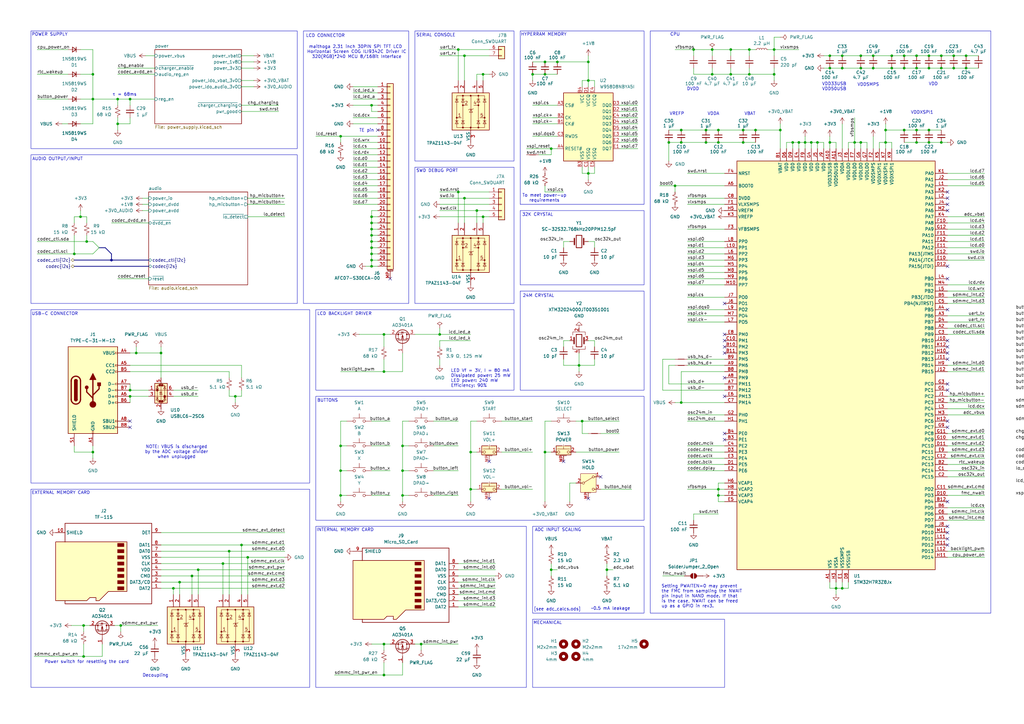
<source format=kicad_sch>
(kicad_sch (version 20250114) (generator "eeschema") (generator_version "9.0")
  (paper "A3")
  (title_block (title "Echo R1") (date "2024-11-14") (rev "Rev2") (comment 1 "Author: Aidan MacDonald"))
  (bus_alias "i2c" (members "sda" "scl"))
  (bus_alias "i2s" (members "dplay" "drec" "bclk" "wclk" "mclk"))
  (bus_alias "mcu8" (members "d[7..0]" "dcx" "wrx" "cs"))
  (bus_alias "sdmmc4" (members "d[3..0]" "cmd" "clk"))
  (rectangle (start 218.44 254) (end 297.18 281.94))
  (rectangle (start 12.7 200.66) (end 127 281.94))
  (rectangle (start 129.54 215.9) (end 215.9 281.94))
  (rectangle (start 170.18 68.58) (end 210.82 124.46))
  (rectangle (start 213.36 119.38) (end 264.16 160.02))
  (rectangle (start 12.7 127) (end 127 198.12))
  (rectangle (start 124.46 12.7) (end 167.64 124.46))
  (rectangle (start 213.36 12.7) (end 264.16 83.82))
  (rectangle (start 266.7 12.7) (end 406.4 251.46))
  (rectangle (start 12.7 12.7) (end 121.92 60.96))
  (rectangle (start 170.18 12.7) (end 210.82 66.04))
  (rectangle (start 12.7 63.5) (end 121.92 124.46))
  (rectangle (start 129.54 162.56) (end 264.16 213.36))
  (rectangle (start 129.54 127) (end 210.82 160.02))
  (rectangle (start 213.36 86.36) (end 264.16 116.84))
  (rectangle (start 218.44 215.9) (end 264.16 251.46))
  (text "CPU" (at 274.828 13.462 0) (effects (font (size 1.27 1.27)) (justify left top)))
  (text "Decoupling" (at 63.754 277.114 0) (effects (font (size 1.27 1.27))))
  (text "BUTTONS" (at 130.048 164.338 0) (effects (font (size 1.27 1.27)) (justify left)))
  (text "VDDSMPS" (at 356.108 34.798 0) (effects (font (size 1.27 1.27))))
  (text "VDD33USB\nVDD50USB" (at 342.138 35.56 0) (effects (font (size 1.27 1.27))))
  (text "SERIAL CONSOLE" (at 170.688 14.478 0) (effects (font (size 1.27 1.27)) (justify left)))
  (text "VDD" (at 382.778 34.544 0) (effects (font (size 1.27 1.27))))
  (text "maithoga 2.31 inch 30PIN SPI TFT LCD \nHorizontal Screen COG ILI9342C Driver IC\n320(RGB)*240 MCU 8/16Bit Interface" (at 146.304 21.336 0) (effects (font (size 1.27 1.27))))
  (text "To meet power-up\nrequirements" (at 223.266 81.28 0) (effects (font (size 1.27 1.27))))
  (text "[see adc_calcs.ods]" (at 228.6 249.936 0) (effects (font (size 1.27 1.27))))
  (text "MECHANICAL" (at 218.694 255.524 0) (effects (font (size 1.27 1.27)) (justify left)))
  (text "ADC INPUT SCALING" (at 228.854 217.424 0) (effects (font (size 1.27 1.27))))
  (text "TE pin" (at 150.368 53.594 0) (effects (font (size 1.27 1.27))))
  (text "LED Vf = 3V, I = 80 mA\nDissipated power: 25 mW\nLED power: 240 mW\nEfficiency: 90%" (at 184.912 155.194 0) (effects (font (size 1.27 1.27)) (justify left)))
  (text "LCD CONNECTOR" (at 125.476 14.732 0) (effects (font (size 1.27 1.27)) (justify left)))
  (text "Power switch for resetting the card" (at 35.56 271.526 0) (effects (font (size 1.27 1.27))))
  (text "LCD BACKLIGHT DRIVER" (at 130.048 128.778 0) (effects (font (size 1.27 1.27)) (justify left)))
  (text "τ = 68ms" (at 51.054 38.862 0) (effects (font (size 1.27 1.27))))
  (text "VDDXSPI1" (at 378.206 46.228 0) (effects (font (size 1.27 1.27))))
  (text "DVDD\n" (at 284.226 36.576 0) (effects (font (size 1.27 1.27))))
  (text "EXTERNAL MEMORY CARD" (at 12.954 202.184 0) (effects (font (size 1.27 1.27)) (justify left)))
  (text "24M CRYSTAL" (at 214.376 120.65 0) (effects (font (size 1.27 1.27)) (justify left top)))
  (text "USB-C CONNECTOR" (at 12.954 128.778 0) (effects (font (size 1.27 1.27)) (justify left)))
  (text "Setting PWAITEN=0 may prevent\nthe FMC from sampling the NWAIT\npin input in NAND mode. If that\nis the case, NWAIT can be freed\nup as a GPIO in rev3." (at 271.272 244.602 0) (effects (font (size 1.27 1.27)) (justify left)))
  (text "VBAT" (at 307.594 46.736 0) (effects (font (size 1.27 1.27))))
  (text "NOTE: VBUS is discharged\nby the ADC voltage divider\nwhen unplugged" (at 72.39 185.42 0) (effects (font (size 1.27 1.27))))
  (text "VREFP" (at 277.622 46.736 0) (effects (font (size 1.27 1.27))))
  (text "POWER SUPPLY" (at 12.954 14.224 0) (effects (font (size 1.27 1.27)) (justify left)))
  (text "VDDA" (at 292.608 46.736 0) (effects (font (size 1.27 1.27))))
  (text "32K CRYSTAL" (at 214.122 87.376 0) (effects (font (size 1.27 1.27)) (justify left top)))
  (text "SWD DEBUG PORT" (at 170.688 70.104 0) (effects (font (size 1.27 1.27)) (justify left)))
  (text "HYPERRAM MEMORY" (at 213.614 14.224 0) (effects (font (size 1.27 1.27)) (justify left)))
  (text "AUDIO OUTPUT/INPUT" (at 13.208 65.278 0) (effects (font (size 1.27 1.27)) (justify left)))
  (text "INTERNAL MEMORY CARD" (at 129.794 217.424 0) (effects (font (size 1.27 1.27)) (justify left)))
  (text "~0.5 mA leakage" (at 250.444 249.682 0) (effects (font (size 1.27 1.27))))
  (junction (at 139.7 182.88))
  (junction (at 304.8 58.42))
  (junction (at 345.44 27.94))
  (junction (at 241.3 33.02))
  (junction (at 101.6 228.6))
  (junction (at 320.04 53.34))
  (junction (at 307.34 20.32))
  (junction (at 172.72 264.16))
  (junction (at 365.76 22.86))
  (junction (at 345.44 241.3))
  (junction (at 330.2 58.42))
  (junction (at 53.34 160.02))
  (junction (at 381 22.86))
  (junction (at 370.84 53.34))
  (junction (at 325.12 58.42))
  (junction (at 386.08 58.42))
  (junction (at 226.06 60.96))
  (junction (at 381 53.34))
  (junction (at 48.26 40.64))
  (junction (at 38.1 185.42))
  (junction (at 358.14 22.86))
  (junction (at 33.02 88.9))
  (junction (at 289.56 53.34))
  (junction (at 157.48 276.86))
  (junction (at 152.4 106.68))
  (junction (at 49.53 256.54))
  (junction (at 294.64 58.42))
  (junction (at 299.72 30.48))
  (junction (at 30.48 104.14))
  (junction (at 353.06 58.42))
  (junction (at 279.4 53.34))
  (junction (at 152.4 91.44))
  (junction (at 53.34 162.56))
  (junction (at 292.1 30.48))
  (junction (at 223.52 30.48))
  (junction (at 363.22 53.34))
  (junction (at 248.92 233.68))
  (junction (at 327.66 58.42))
  (junction (at 391.16 27.94))
  (junction (at 190.5 81.28))
  (junction (at 45.72 106.68))
  (junction (at 340.36 58.42))
  (junction (at 375.92 27.94))
  (junction (at 96.52 162.56))
  (junction (at 375.92 53.34))
  (junction (at 353.06 22.86))
  (junction (at 309.88 53.34))
  (junction (at 279.4 58.42))
  (junction (at 139.7 55.88))
  (junction (at 66.04 144.78))
  (junction (at 152.4 93.98))
  (junction (at 165.1 193.04))
  (junction (at 228.6 25.4))
  (junction (at 152.4 101.6))
  (junction (at 78.74 236.22))
  (junction (at 304.8 53.34))
  (junction (at 152.4 109.22))
  (junction (at 279.4 165.1))
  (junction (at 386.08 27.94))
  (junction (at 38.1 30.48))
  (junction (at 350.52 58.42))
  (junction (at 307.34 30.48))
  (junction (at 35.56 99.06))
  (junction (at 345.44 22.86))
  (junction (at 375.92 22.86))
  (junction (at 187.96 78.74))
  (junction (at 71.12 241.3))
  (junction (at 375.92 58.42))
  (junction (at 396.24 27.94))
  (junction (at 81.28 233.68))
  (junction (at 38.1 40.64))
  (junction (at 193.04 185.42))
  (junction (at 276.86 76.2))
  (junction (at 193.04 200.66))
  (junction (at 198.12 88.9))
  (junction (at 91.44 231.14))
  (junction (at 237.49 149.86))
  (junction (at 396.24 22.86))
  (junction (at 353.06 27.94))
  (junction (at 226.06 233.68))
  (junction (at 165.1 182.88))
  (junction (at 157.48 137.16))
  (junction (at 241.3 71.12))
  (junction (at 294.64 53.34))
  (junction (at 180.34 137.16))
  (junction (at 274.32 58.42))
  (junction (at 363.22 58.42))
  (junction (at 332.74 58.42))
  (junction (at 157.48 152.4))
  (junction (at 190.5 22.86))
  (junction (at 165.1 203.2))
  (junction (at 195.58 86.36))
  (junction (at 152.4 88.9))
  (junction (at 381 58.42))
  (junction (at 152.4 43.18))
  (junction (at 284.48 20.32))
  (junction (at 340.36 22.86))
  (junction (at 157.48 264.16))
  (junction (at 299.72 20.32))
  (junction (at 317.5 20.32))
  (junction (at 238.76 172.72))
  (junction (at 342.9 241.3))
  (junction (at 152.4 96.52))
  (junction (at 294.64 203.2))
  (junction (at 358.14 27.94))
  (junction (at 370.84 27.94))
  (junction (at 335.28 58.42))
  (junction (at 55.88 144.78))
  (junction (at 34.29 269.24))
  (junction (at 198.12 30.48))
  (junction (at 73.66 238.76))
  (junction (at 370.84 22.86))
  (junction (at 340.36 27.94))
  (junction (at 223.52 185.42))
  (junction (at 187.96 20.32))
  (junction (at 223.52 25.4))
  (junction (at 381 27.94))
  (junction (at 241.3 25.4))
  (junction (at 53.34 40.64))
  (junction (at 292.1 20.32))
  (junction (at 139.7 203.2))
  (junction (at 99.06 223.52))
  (junction (at 386.08 22.86))
  (junction (at 391.16 22.86))
  (junction (at 139.7 193.04))
  (junction (at 317.5 30.48))
  (junction (at 152.4 99.06))
  (junction (at 218.44 30.48))
  (junction (at 152.4 104.14))
  (junction (at 294.64 200.66))
  (junction (at 48.26 50.8))
  (junction (at 289.56 58.42))
  (junction (at 365.76 27.94))
  (junction (at 93.98 226.06))
  (junction (at 34.29 256.54))
  (no_connect (at 200.66 204.47))
  (no_connect (at 388.62 218.44))
  (no_connect (at 200.66 189.23))
  (no_connect (at 297.18 144.78))
  (no_connect (at 297.18 177.8))
  (no_connect (at 241.3 204.47))
  (no_connect (at 231.14 189.23))
  (no_connect (at 388.62 205.74))
  (no_connect (at 53.34 172.72))
  (no_connect (at 297.18 124.46))
  (no_connect (at 388.62 147.32))
  (no_connect (at 297.18 137.16))
  (no_connect (at 246.38 195.58))
  (no_connect (at 53.34 175.26))
  (no_connect (at 297.18 139.7))
  (no_connect (at 388.62 172.72))
  (no_connect (at 297.18 180.34))
  (no_connect (at 388.62 144.78))
  (no_connect (at 297.18 162.56))
  (no_connect (at 388.62 114.3))
  (no_connect (at 388.62 86.36))
  (no_connect (at 388.62 78.74))
  (no_connect (at 154.94 53.34))
  (no_connect (at 160.02 114.3))
  (no_connect (at 388.62 220.98))
  (no_connect (at 388.62 81.28))
  (no_connect (at 388.62 223.52))
  (no_connect (at 297.18 154.94))
  (no_connect (at 388.62 160.02))
  (no_connect (at 297.18 142.24))
  (no_connect (at 388.62 215.9))
  (no_connect (at 388.62 127))
  (no_connect (at 388.62 142.24))
  (no_connect (at 388.62 157.48))
  (no_connect (at 388.62 83.82))
  (no_connect (at 388.62 175.26))
  (no_connect (at 388.62 139.7))
  (no_connect (at 388.62 109.22))
  (bus_entry (at 40.64 101.6) (size -2.54 -2.54))
  (bus_entry (at 40.64 101.6) (size -2.54 2.54))
  (wire (pts (xy 33.02 40.64) (xy 38.1 40.64)))
  (wire (pts (xy 281.94 114.3) (xy 297.18 114.3)))
  (wire (pts (xy 271.78 236.22) (xy 280.67 236.22)))
  (wire (pts (xy 241.3 33.02) (xy 241.3 25.4)))
  (wire (pts (xy 180.34 22.86) (xy 190.5 22.86)))
  (wire (pts (xy 38.1 40.64) (xy 38.1 50.8)))
  (wire (pts (xy 231.14 147.32) (xy 231.14 149.86)))
  (wire (pts (xy 144.78 83.82) (xy 154.94 83.82)))
  (wire (pts (xy 144.78 43.18) (xy 152.4 43.18)))
  (wire (pts (xy 139.7 55.88) (xy 139.7 58.42)))
  (wire (pts (xy 160.02 193.04) (xy 152.4 193.04)))
  (wire (pts (xy 388.62 96.52) (xy 403.86 96.52)))
  (wire (pts (xy 403.86 129.54) (xy 388.62 129.54)))
  (wire (pts (xy 391.16 27.94) (xy 396.24 27.94)))
  (wire (pts (xy 403.86 187.96) (xy 388.62 187.96)))
  (wire (pts (xy 180.34 20.32) (xy 187.96 20.32)))
  (wire (pts (xy 187.96 248.92) (xy 203.2 248.92)))
  (wire (pts (xy 309.88 53.34) (xy 320.04 53.34)))
  (wire (pts (xy 53.34 162.56) (xy 60.96 162.56)))
  (wire (pts (xy 180.34 139.7) (xy 193.04 139.7)))
  (wire (pts (xy 144.78 71.12) (xy 154.94 71.12)))
  (wire (pts (xy 78.74 236.22) (xy 78.74 243.84)))
  (wire (pts (xy 48.26 30.48) (xy 63.5 30.48)))
  (wire (pts (xy 152.4 104.14) (xy 154.94 104.14)))
  (wire (pts (xy 396.24 22.86) (xy 401.32 22.86)))
  (wire (pts (xy 335.28 58.42) (xy 332.74 58.42)))
  (wire (pts (xy 340.36 238.76) (xy 340.36 241.3)))
  (wire (pts (xy 270.51 76.2) (xy 276.86 76.2)))
  (wire (pts (xy 165.1 152.4) (xy 157.48 152.4)))
  (wire (pts (xy 281.94 93.98) (xy 297.18 93.98)))
  (wire (pts (xy 59.69 22.86) (xy 63.5 22.86)))
  (wire (pts (xy 388.62 76.2) (xy 403.86 76.2)))
  (wire (pts (xy 152.4 96.52) (xy 154.94 96.52)))
  (wire (pts (xy 147.32 137.16) (xy 157.48 137.16)))
  (wire (pts (xy 193.04 185.42) (xy 193.04 172.72)))
  (wire (pts (xy 152.4 86.36) (xy 154.94 86.36)))
  (wire (pts (xy 154.94 45.72) (xy 152.4 45.72)))
  (wire (pts (xy 33.02 88.9) (xy 35.56 88.9)))
  (wire (pts (xy 139.7 182.88) (xy 142.24 182.88)))
  (wire (pts (xy 41.91 269.24) (xy 34.29 269.24)))
  (wire (pts (xy 139.7 193.04) (xy 142.24 193.04)))
  (wire (pts (xy 104.14 22.86) (xy 99.06 22.86)))
  (wire (pts (xy 342.9 238.76) (xy 342.9 241.3)))
  (wire (pts (xy 365.76 60.96) (xy 365.76 58.42)))
  (wire (pts (xy 180.34 134.62) (xy 180.34 137.16)))
  (wire (pts (xy 363.22 58.42) (xy 363.22 53.34)))
  (wire (pts (xy 71.12 162.56) (xy 81.28 162.56)))
  (wire (pts (xy 152.4 264.16) (xy 157.48 264.16)))
  (wire (pts (xy 190.5 22.86) (xy 190.5 33.02)))
  (wire (pts (xy 144.78 60.96) (xy 154.94 60.96)))
  (wire (pts (xy 53.34 149.86) (xy 99.06 149.86)))
  (wire (pts (xy 144.78 38.1) (xy 154.94 38.1)))
  (wire (pts (xy 190.5 22.86) (xy 200.66 22.86)))
  (wire (pts (xy 248.92 233.68) (xy 251.46 233.68)))
  (wire (pts (xy 325.12 58.42) (xy 327.66 58.42)))
  (wire (pts (xy 99.06 223.52) (xy 116.84 223.52)))
  (wire (pts (xy 281.94 109.22) (xy 297.18 109.22)))
  (wire (pts (xy 218.44 172.72) (xy 205.74 172.72)))
  (wire (pts (xy 78.74 236.22) (xy 116.84 236.22)))
  (wire (pts (xy 45.72 91.44) (xy 60.96 91.44)))
  (wire (pts (xy 187.96 78.74) (xy 187.96 91.44)))
  (wire (pts (xy 165.1 205.74) (xy 165.1 203.2)))
  (wire (pts (xy 193.04 185.42) (xy 195.58 185.42)))
  (wire (pts (xy 297.18 205.74) (xy 294.64 205.74)))
  (wire (pts (xy 66.04 231.14) (xy 91.44 231.14)))
  (wire (pts (xy 228.6 233.68) (xy 226.06 233.68)))
  (wire (pts (xy 281.94 129.54) (xy 297.18 129.54)))
  (wire (pts (xy 342.9 58.42) (xy 342.9 60.96)))
  (wire (pts (xy 388.62 91.44) (xy 403.86 91.44)))
  (wire (pts (xy 314.96 20.32) (xy 317.5 20.32)))
  (wire (pts (xy 388.62 170.18) (xy 403.86 170.18)))
  (wire (pts (xy 99.06 149.86) (xy 99.06 154.94)))
  (wire (pts (xy 157.48 276.86) (xy 137.16 276.86)))
  (wire (pts (xy 180.34 142.24) (xy 180.34 139.7)))
  (wire (pts (xy 172.72 264.16) (xy 187.96 264.16)))
  (wire (pts (xy 139.7 172.72) (xy 142.24 172.72)))
  (wire (pts (xy 243.84 33.02) (xy 241.3 33.02)))
  (wire (pts (xy 66.04 233.68) (xy 81.28 233.68)))
  (wire (pts (xy 218.44 30.48) (xy 218.44 33.02)))
  (wire (pts (xy 299.72 30.48) (xy 299.72 27.94)))
  (wire (pts (xy 218.44 185.42) (xy 205.74 185.42)))
  (wire (pts (xy 279.4 53.34) (xy 289.56 53.34)))
  (wire (pts (xy 284.48 20.32) (xy 292.1 20.32)))
  (wire (pts (xy 279.4 58.42) (xy 289.56 58.42)))
  (wire (pts (xy 307.34 30.48) (xy 317.5 30.48)))
  (wire (pts (xy 193.04 205.74) (xy 193.04 200.66)))
  (wire (pts (xy 48.26 50.8) (xy 48.26 53.34)))
  (wire (pts (xy 237.49 152.4) (xy 237.49 149.86)))
  (wire (pts (xy 322.58 58.42) (xy 325.12 58.42)))
  (wire (pts (xy 231.14 99.06) (xy 231.14 101.6)))
  (wire (pts (xy 101.6 228.6) (xy 101.6 243.84)))
  (wire (pts (xy 388.62 121.92) (xy 403.86 121.92)))
  (wire (pts (xy 144.78 73.66) (xy 154.94 73.66)))
  (wire (pts (xy 294.64 198.12) (xy 294.64 200.66)))
  (wire (pts (xy 304.8 58.42) (xy 309.88 58.42)))
  (wire (pts (xy 281.94 116.84) (xy 297.18 116.84)))
  (wire (pts (xy 322.58 60.96) (xy 322.58 58.42)))
  (wire (pts (xy 281.94 127) (xy 297.18 127)))
  (wire (pts (xy 403.86 193.04) (xy 388.62 193.04)))
  (wire (pts (xy 281.94 104.14) (xy 297.18 104.14)))
  (wire (pts (xy 327.66 58.42) (xy 330.2 58.42)))
  (wire (pts (xy 248.92 233.68) (xy 248.92 236.22)))
  (wire (pts (xy 66.04 228.6) (xy 101.6 228.6)))
  (wire (pts (xy 284.48 30.48) (xy 292.1 30.48)))
  (wire (pts (xy 248.92 231.14) (xy 248.92 233.68)))
  (wire (pts (xy 58.42 83.82) (xy 60.96 83.82)))
  (wire (pts (xy 355.6 60.96) (xy 355.6 58.42)))
  (wire (pts (xy 180.34 147.32) (xy 180.34 149.86)))
  (wire (pts (xy 152.4 91.44) (xy 154.94 91.44)))
  (wire (pts (xy 238.76 33.02) (xy 241.3 33.02)))
  (wire (pts (xy 259.08 200.66) (xy 246.38 200.66)))
  (wire (pts (xy 281.94 172.72) (xy 297.18 172.72)))
  (wire (pts (xy 243.84 99.06) (xy 243.84 101.6)))
  (wire (pts (xy 49.53 256.54) (xy 49.53 259.08)))
  (wire (pts (xy 381 58.42) (xy 386.08 58.42)))
  (wire (pts (xy 144.78 35.56) (xy 154.94 35.56)))
  (wire (pts (xy 340.36 58.42) (xy 342.9 58.42)))
  (wire (pts (xy 38.1 182.88) (xy 38.1 185.42)))
  (wire (pts (xy 261.62 50.8) (xy 254 50.8)))
  (wire (pts (xy 231.14 99.06) (xy 233.68 99.06)))
  (wire (pts (xy 30.48 88.9) (xy 33.02 88.9)))
  (wire (pts (xy 320.04 15.24) (xy 317.5 15.24)))
  (wire (pts (xy 170.18 137.16) (xy 180.34 137.16)))
  (wire (pts (xy 198.12 33.02) (xy 198.12 30.48)))
  (wire (pts (xy 317.5 30.48) (xy 317.5 33.02)))
  (bus (pts (xy 45.72 104.14) (xy 45.72 106.68)))
  (wire (pts (xy 292.1 30.48) (xy 299.72 30.48)))
  (wire (pts (xy 340.36 241.3) (xy 342.9 241.3)))
  (wire (pts (xy 157.48 264.16) (xy 160.02 264.16)))
  (wire (pts (xy 388.62 213.36) (xy 403.86 213.36)))
  (wire (pts (xy 66.04 238.76) (xy 73.66 238.76)))
  (wire (pts (xy 180.34 137.16) (xy 193.04 137.16)))
  (wire (pts (xy 345.44 50.8) (xy 345.44 60.96)))
  (wire (pts (xy 53.34 165.1) (xy 53.34 162.56)))
  (wire (pts (xy 220.98 63.5) (xy 226.06 63.5)))
  (wire (pts (xy 53.34 40.64) (xy 53.34 43.18)))
  (wire (pts (xy 165.1 182.88) (xy 167.64 182.88)))
  (wire (pts (xy 223.52 76.2) (xy 223.52 78.74)))
  (wire (pts (xy 96.52 162.56) (xy 96.52 165.1)))
  (wire (pts (xy 157.48 271.78) (xy 157.48 276.86)))
  (wire (pts (xy 144.78 50.8) (xy 154.94 50.8)))
  (wire (pts (xy 99.06 160.02) (xy 99.06 162.56)))
  (wire (pts (xy 294.64 53.34) (xy 304.8 53.34)))
  (wire (pts (xy 281.94 193.04) (xy 297.18 193.04)))
  (wire (pts (xy 165.1 271.78) (xy 165.1 276.86)))
  (wire (pts (xy 101.6 81.28) (xy 116.84 81.28)))
  (wire (pts (xy 218.44 48.26) (xy 228.6 48.26)))
  (wire (pts (xy 48.26 50.8) (xy 53.34 50.8)))
  (wire (pts (xy 243.84 139.7) (xy 241.3 139.7)))
  (wire (pts (xy 388.62 165.1) (xy 403.86 165.1)))
  (wire (pts (xy 152.4 96.52) (xy 152.4 93.98)))
  (wire (pts (xy 238.76 71.12) (xy 241.3 71.12)))
  (wire (pts (xy 340.36 22.86) (xy 345.44 22.86)))
  (wire (pts (xy 157.48 137.16) (xy 160.02 137.16)))
  (wire (pts (xy 274.32 58.42) (xy 274.32 66.04)))
  (wire (pts (xy 66.04 218.44) (xy 116.84 218.44)))
  (wire (pts (xy 375.92 22.86) (xy 381 22.86)))
  (wire (pts (xy 71.12 241.3) (xy 116.84 241.3)))
  (wire (pts (xy 294.64 203.2) (xy 297.18 203.2)))
  (wire (pts (xy 292.1 30.48) (xy 292.1 27.94)))
  (wire (pts (xy 66.04 144.78) (xy 66.04 154.94)))
  (wire (pts (xy 243.84 35.56) (xy 243.84 33.02)))
  (wire (pts (xy 375.92 53.34) (xy 381 53.34)))
  (wire (pts (xy 15.24 104.14) (xy 30.48 104.14)))
  (wire (pts (xy 66.04 236.22) (xy 78.74 236.22)))
  (wire (pts (xy 271.78 147.32) (xy 271.78 160.02)))
  (wire (pts (xy 363.22 58.42) (xy 363.22 60.96)))
  (bus (pts (xy 30.48 109.22) (xy 60.96 109.22)))
  (wire (pts (xy 187.96 182.88) (xy 177.8 182.88)))
  (bus (pts (xy 45.72 106.68) (xy 60.96 106.68)))
  (wire (pts (xy 317.5 30.48) (xy 317.5 27.94)))
  (wire (pts (xy 170.18 264.16) (xy 172.72 264.16)))
  (wire (pts (xy 353.06 58.42) (xy 353.06 60.96)))
  (wire (pts (xy 33.02 30.48) (xy 38.1 30.48)))
  (wire (pts (xy 152.4 106.68) (xy 152.4 109.22)))
  (wire (pts (xy 388.62 88.9) (xy 403.86 88.9)))
  (wire (pts (xy 144.78 81.28) (xy 154.94 81.28)))
  (wire (pts (xy 160.02 172.72) (xy 152.4 172.72)))
  (wire (pts (xy 187.96 20.32) (xy 187.96 33.02)))
  (wire (pts (xy 340.36 58.42) (xy 340.36 60.96)))
  (wire (pts (xy 307.34 30.48) (xy 307.34 27.94)))
  (wire (pts (xy 180.34 83.82) (xy 200.66 83.82)))
  (wire (pts (xy 261.62 45.72) (xy 254 45.72)))
  (wire (pts (xy 30.48 91.44) (xy 30.48 88.9)))
  (wire (pts (xy 388.62 226.06) (xy 403.86 226.06)))
  (wire (pts (xy 388.62 210.82) (xy 403.86 210.82)))
  (wire (pts (xy 281.94 170.18) (xy 297.18 170.18)))
  (wire (pts (xy 337.82 60.96) (xy 337.82 58.42)))
  (wire (pts (xy 231.14 78.74) (xy 223.52 78.74)))
  (wire (pts (xy 29.21 256.54) (xy 34.29 256.54)))
  (wire (pts (xy 299.72 30.48) (xy 307.34 30.48)))
  (wire (pts (xy 104.14 27.94) (xy 99.06 27.94)))
  (wire (pts (xy 187.96 238.76) (xy 203.2 238.76)))
  (wire (pts (xy 375.92 58.42) (xy 381 58.42)))
  (wire (pts (xy 241.3 25.4) (xy 241.3 22.86)))
  (wire (pts (xy 53.34 152.4) (xy 93.98 152.4)))
  (wire (pts (xy 304.8 53.34) (xy 309.88 53.34)))
  (wire (pts (xy 93.98 162.56) (xy 96.52 162.56)))
  (wire (pts (xy 73.66 238.76) (xy 116.84 238.76)))
  (wire (pts (xy 353.06 58.42) (xy 350.52 58.42)))
  (wire (pts (xy 317.5 20.32) (xy 317.5 22.86)))
  (wire (pts (xy 165.1 144.78) (xy 165.1 152.4)))
  (wire (pts (xy 53.34 144.78) (xy 55.88 144.78)))
  (wire (pts (xy 223.52 185.42) (xy 223.52 172.72)))
  (wire (pts (xy 261.62 60.96) (xy 254 60.96)))
  (wire (pts (xy 231.14 139.7) (xy 231.14 142.24)))
  (wire (pts (xy 149.86 109.22) (xy 152.4 109.22)))
  (wire (pts (xy 320.04 50.8) (xy 320.04 53.34)))
  (wire (pts (xy 187.96 231.14) (xy 203.2 231.14)))
  (wire (pts (xy 332.74 58.42) (xy 330.2 58.42)))
  (wire (pts (xy 187.96 172.72) (xy 177.8 172.72)))
  (wire (pts (xy 403.86 132.08) (xy 388.62 132.08)))
  (wire (pts (xy 347.98 241.3) (xy 345.44 241.3)))
  (wire (pts (xy 46.99 256.54) (xy 49.53 256.54)))
  (bus (pts (xy 30.48 106.68) (xy 45.72 106.68)))
  (wire (pts (xy 180.34 88.9) (xy 198.12 88.9)))
  (wire (pts (xy 81.28 233.68) (xy 81.28 243.84)))
  (wire (pts (xy 48.26 40.64) (xy 53.34 40.64)))
  (wire (pts (xy 139.7 152.4) (xy 157.48 152.4)))
  (wire (pts (xy 231.14 149.86) (xy 237.49 149.86)))
  (wire (pts (xy 271.78 160.02) (xy 297.18 160.02)))
  (wire (pts (xy 254 177.8) (xy 246.38 177.8)))
  (wire (pts (xy 347.98 60.96) (xy 347.98 58.42)))
  (wire (pts (xy 281.94 106.68) (xy 297.18 106.68)))
  (wire (pts (xy 228.6 25.4) (xy 241.3 25.4)))
  (wire (pts (xy 363.22 53.34) (xy 363.22 50.8)))
  (wire (pts (xy 388.62 71.12) (xy 403.86 71.12)))
  (wire (pts (xy 281.94 111.76) (xy 297.18 111.76)))
  (wire (pts (xy 403.86 195.58) (xy 388.62 195.58)))
  (wire (pts (xy 33.02 50.8) (xy 38.1 50.8)))
  (wire (pts (xy 99.06 43.18) (xy 114.3 43.18)))
  (wire (pts (xy 345.44 27.94) (xy 353.06 27.94)))
  (wire (pts (xy 193.04 200.66) (xy 193.04 185.42)))
  (wire (pts (xy 360.68 60.96) (xy 360.68 58.42)))
  (wire (pts (xy 152.4 99.06) (xy 154.94 99.06)))
  (wire (pts (xy 104.14 33.02) (xy 99.06 33.02)))
  (wire (pts (xy 391.16 22.86) (xy 396.24 22.86)))
  (wire (pts (xy 289.56 53.34) (xy 294.64 53.34)))
  (wire (pts (xy 152.4 43.18) (xy 154.94 43.18)))
  (wire (pts (xy 254 185.42) (xy 236.22 185.42)))
  (wire (pts (xy 187.96 20.32) (xy 200.66 20.32)))
  (wire (pts (xy 30.48 182.88) (xy 30.48 185.42)))
  (wire (pts (xy 281.94 101.6) (xy 297.18 101.6)))
  (wire (pts (xy 403.86 182.88) (xy 388.62 182.88)))
  (wire (pts (xy 355.6 58.42) (xy 353.06 58.42)))
  (wire (pts (xy 365.76 27.94) (xy 370.84 27.94)))
  (wire (pts (xy 294.64 205.74) (xy 294.64 203.2)))
  (wire (pts (xy 342.9 241.3) (xy 345.44 241.3)))
  (wire (pts (xy 386.08 22.86) (xy 391.16 22.86)))
  (wire (pts (xy 243.84 149.86) (xy 237.49 149.86)))
  (wire (pts (xy 66.04 241.3) (xy 71.12 241.3)))
  (wire (pts (xy 281.94 147.32) (xy 297.18 147.32)))
  (wire (pts (xy 152.4 104.14) (xy 152.4 101.6)))
  (wire (pts (xy 15.24 20.32) (xy 27.94 20.32)))
  (wire (pts (xy 238.76 172.72) (xy 236.22 172.72)))
  (wire (pts (xy 223.52 205.74) (xy 223.52 185.42)))
  (wire (pts (xy 193.04 200.66) (xy 195.58 200.66)))
  (wire (pts (xy 34.29 256.54) (xy 34.29 259.08)))
  (wire (pts (xy 33.02 86.36) (xy 33.02 88.9)))
  (wire (pts (xy 195.58 33.02) (xy 195.58 30.48)))
  (wire (pts (xy 218.44 50.8) (xy 228.6 50.8)))
  (wire (pts (xy 187.96 236.22) (xy 203.2 236.22)))
  (wire (pts (xy 375.92 27.94) (xy 381 27.94)))
  (wire (pts (xy 317.5 15.24) (xy 317.5 20.32)))
  (wire (pts (xy 381 27.94) (xy 386.08 27.94)))
  (wire (pts (xy 386.08 58.42) (xy 388.62 58.42)))
  (wire (pts (xy 91.44 231.14) (xy 91.44 243.84)))
  (wire (pts (xy 187.96 193.04) (xy 177.8 193.04)))
  (wire (pts (xy 144.78 63.5) (xy 154.94 63.5)))
  (wire (pts (xy 320.04 53.34) (xy 320.04 60.96)))
  (wire (pts (xy 187.96 246.38) (xy 203.2 246.38)))
  (wire (pts (xy 139.7 203.2) (xy 139.7 193.04)))
  (wire (pts (xy 241.3 68.58) (xy 241.3 71.12)))
  (wire (pts (xy 223.52 25.4) (xy 228.6 25.4)))
  (wire (pts (xy 347.98 238.76) (xy 347.98 241.3)))
  (wire (pts (xy 353.06 22.86) (xy 358.14 22.86)))
  (wire (pts (xy 152.4 93.98) (xy 152.4 91.44)))
  (wire (pts (xy 53.34 160.02) (xy 60.96 160.02)))
  (wire (pts (xy 274.32 157.48) (xy 274.32 149.86)))
  (wire (pts (xy 243.84 71.12) (xy 241.3 71.12)))
  (wire (pts (xy 241.3 33.02) (xy 241.3 35.56)))
  (wire (pts (xy 215.9 60.96) (xy 226.06 60.96)))
  (wire (pts (xy 281.94 83.82) (xy 297.18 83.82)))
  (wire (pts (xy 99.06 45.72) (xy 114.3 45.72)))
  (wire (pts (xy 284.48 210.82) (xy 284.48 213.36)))
  (wire (pts (xy 66.04 223.52) (xy 99.06 223.52)))
  (wire (pts (xy 381 22.86) (xy 386.08 22.86)))
  (wire (pts (xy 190.5 81.28) (xy 200.66 81.28)))
  (wire (pts (xy 403.86 228.6) (xy 388.62 228.6)))
  (wire (pts (xy 353.06 27.94) (xy 358.14 27.94)))
  (wire (pts (xy 165.1 203.2) (xy 165.1 193.04)))
  (wire (pts (xy 152.4 91.44) (xy 152.4 88.9)))
  (wire (pts (xy 101.6 88.9) (xy 116.84 88.9)))
  (wire (pts (xy 337.82 22.86) (xy 340.36 22.86)))
  (wire (pts (xy 71.12 241.3) (xy 71.12 243.84)))
  (wire (pts (xy 25.4 50.8) (xy 27.94 50.8)))
  (wire (pts (xy 144.78 76.2) (xy 154.94 76.2)))
  (wire (pts (xy 30.48 185.42) (xy 38.1 185.42)))
  (wire (pts (xy 55.88 144.78) (xy 66.04 144.78)))
  (wire (pts (xy 58.42 86.36) (xy 60.96 86.36)))
  (wire (pts (xy 294.64 58.42) (xy 304.8 58.42)))
  (wire (pts (xy 144.78 66.04) (xy 154.94 66.04)))
  (wire (pts (xy 165.1 276.86) (xy 157.48 276.86)))
  (wire (pts (xy 66.04 226.06) (xy 93.98 226.06)))
  (wire (pts (xy 350.52 48.26) (xy 350.52 58.42)))
  (wire (pts (xy 99.06 223.52) (xy 99.06 243.84)))
  (wire (pts (xy 101.6 83.82) (xy 116.84 83.82)))
  (wire (pts (xy 152.4 88.9) (xy 154.94 88.9)))
  (wire (pts (xy 358.14 55.88) (xy 358.14 60.96)))
  (wire (pts (xy 297.18 198.12) (xy 294.64 198.12)))
  (wire (pts (xy 281.94 132.08) (xy 297.18 132.08)))
  (wire (pts (xy 370.84 22.86) (xy 375.92 22.86)))
  (wire (pts (xy 388.62 119.38) (xy 403.86 119.38)))
  (wire (pts (xy 279.4 152.4) (xy 279.4 165.1)))
  (wire (pts (xy 226.06 231.14) (xy 226.06 233.68)))
  (wire (pts (xy 187.96 78.74) (xy 200.66 78.74)))
  (wire (pts (xy 360.68 58.42) (xy 363.22 58.42)))
  (wire (pts (xy 154.94 106.68) (xy 152.4 106.68)))
  (wire (pts (xy 365.76 22.86) (xy 370.84 22.86)))
  (wire (pts (xy 347.98 58.42) (xy 350.52 58.42)))
  (wire (pts (xy 403.86 180.34) (xy 388.62 180.34)))
  (wire (pts (xy 388.62 162.56) (xy 403.86 162.56)))
  (wire (pts (xy 93.98 160.02) (xy 93.98 162.56)))
  (wire (pts (xy 388.62 101.6) (xy 403.86 101.6)))
  (wire (pts (xy 190.5 81.28) (xy 190.5 91.44)))
  (wire (pts (xy 144.78 40.64) (xy 154.94 40.64)))
  (wire (pts (xy 157.48 264.16) (xy 157.48 266.7)))
  (wire (pts (xy 152.4 106.68) (xy 152.4 104.14)))
  (wire (pts (xy 144.78 48.26) (xy 154.94 48.26)))
  (wire (pts (xy 299.72 20.32) (xy 292.1 20.32)))
  (wire (pts (xy 195.58 30.48) (xy 198.12 30.48)))
  (wire (pts (xy 165.1 203.2) (xy 167.64 203.2)))
  (wire (pts (xy 281.94 185.42) (xy 297.18 185.42)))
  (wire (pts (xy 195.58 86.36) (xy 200.66 86.36)))
  (bus (pts (xy 43.18 101.6) (xy 45.72 104.14)))
  (wire (pts (xy 403.86 200.66) (xy 388.62 200.66)))
  (wire (pts (xy 276.86 20.32) (xy 284.48 20.32)))
  (wire (pts (xy 157.48 137.16) (xy 157.48 142.24)))
  (wire (pts (xy 93.98 226.06) (xy 116.84 226.06)))
  (wire (pts (xy 104.14 35.56) (xy 99.06 35.56)))
  (wire (pts (xy 38.1 99.06) (xy 35.56 99.06)))
  (wire (pts (xy 388.62 152.4) (xy 403.86 152.4)))
  (wire (pts (xy 403.86 104.14) (xy 388.62 104.14)))
  (wire (pts (xy 403.86 177.8) (xy 388.62 177.8)))
  (wire (pts (xy 388.62 73.66) (xy 403.86 73.66)))
  (wire (pts (xy 281.94 121.92) (xy 297.18 121.92)))
  (wire (pts (xy 281.94 187.96) (xy 297.18 187.96)))
  (wire (pts (xy 294.64 210.82) (xy 284.48 210.82)))
  (wire (pts (xy 276.86 76.2) (xy 297.18 76.2)))
  (wire (pts (xy 152.4 88.9) (xy 152.4 86.36)))
  (wire (pts (xy 180.34 81.28) (xy 190.5 81.28)))
  (wire (pts (xy 337.82 27.94) (xy 340.36 27.94)))
  (wire (pts (xy 34.29 256.54) (xy 36.83 256.54)))
  (wire (pts (xy 327.66 58.42) (xy 327.66 60.96)))
  (wire (pts (xy 337.82 58.42) (xy 335.28 58.42)))
  (wire (pts (xy 261.62 48.26) (xy 254 48.26)))
  (wire (pts (xy 274.32 157.48) (xy 297.18 157.48)))
  (wire (pts (xy 157.48 147.32) (xy 157.48 152.4)))
  (wire (pts (xy 243.84 99.06) (xy 241.3 99.06)))
  (wire (pts (xy 195.58 86.36) (xy 195.58 91.44)))
  (wire (pts (xy 152.4 45.72) (xy 152.4 43.18)))
  (wire (pts (xy 218.44 30.48) (xy 223.52 30.48)))
  (wire (pts (xy 180.34 86.36) (xy 195.58 86.36)))
  (wire (pts (xy 388.62 124.46) (xy 403.86 124.46)))
  (wire (pts (xy 165.1 172.72) (xy 167.64 172.72)))
  (wire (pts (xy 139.7 205.74) (xy 139.7 203.2)))
  (wire (pts (xy 237.49 149.86) (xy 237.49 144.78)))
  (wire (pts (xy 281.94 99.06) (xy 297.18 99.06)))
  (wire (pts (xy 226.06 233.68) (xy 226.06 236.22)))
  (wire (pts (xy 218.44 43.18) (xy 228.6 43.18)))
  (wire (pts (xy 226.06 60.96) (xy 226.06 63.5)))
  (wire (pts (xy 160.02 203.2) (xy 152.4 203.2)))
  (wire (pts (xy 238.76 35.56) (xy 238.76 33.02)))
  (wire (pts (xy 71.12 160.02) (xy 81.28 160.02)))
  (wire (pts (xy 261.62 53.34) (xy 254 53.34)))
  (wire (pts (xy 289.56 58.42) (xy 294.64 58.42)))
  (wire (pts (xy 38.1 185.42) (xy 38.1 187.96)))
  (wire (pts (xy 38.1 104.14) (xy 30.48 104.14)))
  (wire (pts (xy 34.29 264.16) (xy 34.29 269.24)))
  (wire (pts (xy 365.76 58.42) (xy 363.22 58.42)))
  (wire (pts (xy 53.34 50.8) (xy 53.34 48.26)))
  (wire (pts (xy 96.52 162.56) (xy 99.06 162.56)))
  (wire (pts (xy 73.66 238.76) (xy 73.66 243.84)))
  (wire (pts (xy 91.44 231.14) (xy 116.84 231.14)))
  (wire (pts (xy 261.62 43.18) (xy 254 43.18)))
  (wire (pts (xy 15.24 99.06) (xy 35.56 99.06)))
  (wire (pts (xy 38.1 20.32) (xy 33.02 20.32)))
  (wire (pts (xy 388.62 93.98) (xy 403.86 93.98)))
  (wire (pts (xy 231.14 139.7) (xy 233.68 139.7)))
  (wire (pts (xy 226.06 60.96) (xy 228.6 60.96)))
  (wire (pts (xy 233.68 205.74) (xy 233.68 198.12)))
  (wire (pts (xy 160.02 182.88) (xy 152.4 182.88)))
  (wire (pts (xy 238.76 68.58) (xy 238.76 71.12)))
  (wire (pts (xy 350.52 58.42) (xy 350.52 60.96)))
  (wire (pts (xy 370.84 53.34) (xy 375.92 53.34)))
  (wire (pts (xy 299.72 20.32) (xy 299.72 22.86)))
  (wire (pts (xy 279.4 152.4) (xy 297.18 152.4)))
  (wire (pts (xy 233.68 198.12) (xy 236.22 198.12)))
  (wire (pts (xy 403.86 134.62) (xy 388.62 134.62)))
  (wire (pts (xy 152.4 101.6) (xy 152.4 99.06)))
  (wire (pts (xy 129.54 55.88) (xy 139.7 55.88)))
  (wire (pts (xy 187.96 243.84) (xy 203.2 243.84)))
  (wire (pts (xy 358.14 22.86) (xy 365.76 22.86)))
  (wire (pts (xy 48.26 48.26) (xy 48.26 50.8)))
  (bus (pts (xy 43.18 101.6) (xy 40.64 101.6)))
  (wire (pts (xy 93.98 226.06) (xy 93.98 243.84)))
  (wire (pts (xy 386.08 27.94) (xy 391.16 27.94)))
  (wire (pts (xy 144.78 78.74) (xy 154.94 78.74)))
  (wire (pts (xy 388.62 116.84) (xy 403.86 116.84)))
  (wire (pts (xy 292.1 20.32) (xy 292.1 22.86)))
  (wire (pts (xy 152.4 93.98) (xy 154.94 93.98)))
  (wire (pts (xy 307.34 20.32) (xy 307.34 22.86)))
  (wire (pts (xy 193.04 172.72) (xy 195.58 172.72)))
  (wire (pts (xy 55.88 142.24) (xy 55.88 144.78)))
  (wire (pts (xy 81.28 233.68) (xy 116.84 233.68)))
  (wire (pts (xy 238.76 177.8) (xy 238.76 172.72)))
  (wire (pts (xy 93.98 152.4) (xy 93.98 154.94)))
  (wire (pts (xy 276.86 76.2) (xy 276.86 78.74)))
  (wire (pts (xy 370.84 27.94) (xy 375.92 27.94)))
  (wire (pts (xy 281.94 190.5) (xy 297.18 190.5)))
  (wire (pts (xy 317.5 20.32) (xy 327.66 20.32)))
  (wire (pts (xy 144.78 58.42) (xy 154.94 58.42)))
  (wire (pts (xy 332.74 58.42) (xy 332.74 60.96)))
  (wire (pts (xy 104.14 25.4) (xy 99.06 25.4)))
  (wire (pts (xy 243.84 68.58) (xy 243.84 71.12)))
  (wire (pts (xy 403.86 203.2) (xy 388.62 203.2)))
  (wire (pts (xy 152.4 109.22) (xy 154.94 109.22)))
  (wire (pts (xy 101.6 228.6) (xy 116.84 228.6)))
  (wire (pts (xy 198.12 30.48) (xy 200.66 30.48)))
  (wire (pts (xy 281.94 71.12) (xy 297.18 71.12)))
  (wire (pts (xy 223.52 185.42) (xy 226.06 185.42)))
  (wire (pts (xy 35.56 99.06) (xy 35.56 96.52)))
  (wire (pts (xy 15.24 40.64) (xy 27.94 40.64)))
  (wire (pts (xy 284.48 30.48) (xy 284.48 27.94)))
  (wire (pts (xy 48.26 27.94) (xy 63.5 27.94)))
  (wire (pts (xy 335.28 58.42) (xy 335.28 60.96)))
  (wire (pts (xy 281.94 182.88) (xy 297.18 182.88)))
  (wire (pts (xy 345.44 238.76) (xy 345.44 241.3)))
  (wire (pts (xy 276.86 165.1) (xy 279.4 165.1)))
  (wire (pts (xy 403.86 185.42) (xy 388.62 185.42)))
  (wire (pts (xy 281.94 149.86) (xy 297.18 149.86)))
  (wire (pts (xy 281.94 81.28) (xy 297.18 81.28)))
  (wire (pts (xy 342.9 241.3) (xy 342.9 243.84)))
  (wire (pts (xy 345.44 22.86) (xy 353.06 22.86)))
  (wire (pts (xy 388.62 99.06) (xy 403.86 99.06)))
  (wire (pts (xy 274.32 149.86) (xy 276.86 149.86)))
  (wire (pts (xy 139.7 203.2) (xy 142.24 203.2)))
  (wire (pts (xy 139.7 182.88) (xy 139.7 172.72)))
  (wire (pts (xy 223.52 172.72) (xy 226.06 172.72)))
  (wire (pts (xy 388.62 137.16) (xy 403.86 137.16)))
  (wire (pts (xy 396.24 27.94) (xy 401.32 27.94)))
  (wire (pts (xy 48.26 40.64) (xy 48.26 43.18)))
  (wire (pts (xy 281.94 200.66) (xy 294.64 200.66)))
  (wire (pts (xy 66.04 142.24) (xy 66.04 144.78)))
  (wire (pts (xy 53.34 40.64) (xy 63.5 40.64)))
  (wire (pts (xy 243.84 139.7) (xy 243.84 142.24)))
  (wire (pts (xy 198.12 88.9) (xy 200.66 88.9)))
  (wire (pts (xy 294.64 200.66) (xy 294.64 203.2)))
  (wire (pts (xy 172.72 264.16) (xy 172.72 266.7)))
  (wire (pts (xy 261.62 58.42) (xy 254 58.42)))
  (wire (pts (xy 48.26 114.3) (xy 60.96 114.3)))
  (wire (pts (xy 274.32 53.34) (xy 279.4 53.34)))
  (wire (pts (xy 38.1 20.32) (xy 38.1 30.48)))
  (wire (pts (xy 381 53.34) (xy 386.08 53.34)))
  (wire (pts (xy 53.34 157.48) (xy 53.34 160.02)))
  (wire (pts (xy 299.72 20.32) (xy 307.34 20.32)))
  (wire (pts (xy 370.84 58.42) (xy 375.92 58.42)))
  (wire (pts (xy 152.4 101.6) (xy 154.94 101.6)))
  (wire (pts (xy 330.2 58.42) (xy 330.2 60.96)))
  (wire (pts (xy 403.86 208.28) (xy 388.62 208.28)))
  (wire (pts (xy 358.14 27.94) (xy 365.76 27.94)))
  (wire (pts (xy 403.86 190.5) (xy 388.62 190.5)))
  (wire (pts (xy 218.44 200.66) (xy 205.74 200.66)))
  (wire (pts (xy 241.3 177.8) (xy 238.76 177.8)))
  (wire (pts (xy 41.91 264.16) (xy 41.91 269.24)))
  (wire (pts (xy 139.7 55.88) (xy 154.94 55.88)))
  (wire (pts (xy 340.36 55.88) (xy 340.36 58.42)))
  (wire (pts (xy 30.48 104.14) (xy 30.48 96.52)))
  (wire (pts (xy 271.78 147.32) (xy 276.86 147.32)))
  (wire (pts (xy 279.4 165.1) (xy 297.18 165.1)))
  (wire (pts (xy 218.44 55.88) (xy 228.6 55.88)))
  (wire (pts (xy 330.2 58.42) (xy 330.2 55.88)))
  (wire (pts (xy 38.1 30.48) (xy 38.1 40.64)))
  (wire (pts (xy 388.62 149.86) (xy 403.86 149.86)))
  (wire (pts (xy 144.78 68.58) (xy 154.94 68.58)))
  (wire (pts (xy 325.12 58.42) (xy 325.12 60.96)))
  (wire (pts (xy 223.52 30.48) (xy 228.6 30.48)))
  (wire (pts (xy 152.4 99.06) (xy 152.4 96.52)))
  (wire (pts (xy 15.24 30.48) (xy 27.94 30.48)))
  (wire (pts (xy 241.3 71.12) (xy 241.3 73.66)))
  (wire (pts (xy 274.32 58.42) (xy 279.4 58.42)))
  (wire (pts (xy 243.84 147.32) (xy 243.84 149.86)))
  (wire (pts (xy 403.86 106.68) (xy 388.62 106.68)))
  (wire (pts (xy 261.62 55.88) (xy 254 55.88)))
  (wire (pts (xy 309.88 20.32) (xy 307.34 20.32)))
  (wire (pts (xy 187.96 241.3) (xy 203.2 241.3)))
  (wire (pts (xy 139.7 193.04) (xy 139.7 182.88)))
  (wire (pts (xy 180.34 78.74) (xy 187.96 78.74)))
  (wire (pts (xy 294.64 200.66) (xy 297.18 200.66)))
  (wire (pts (xy 284.48 20.32) (xy 284.48 22.86)))
  (wire (pts (xy 254 172.72) (xy 238.76 172.72)))
  (wire (pts (xy 363.22 53.34) (xy 370.84 53.34)))
  (wire (pts (xy 340.36 27.94) (xy 345.44 27.94)))
  (wire (pts (xy 187.96 203.2) (xy 177.8 203.2)))
  (wire (pts (xy 165.1 193.04) (xy 167.64 193.04)))
  (wire (pts (xy 218.44 25.4) (xy 223.52 25.4)))
  (wire (pts (xy 38.1 40.64) (xy 48.26 40.64)))
  (wire (pts (xy 165.1 182.88) (xy 165.1 172.72)))
  (wire (pts (xy 388.62 167.64) (xy 403.86 167.64)))
  (wire (pts (xy 165.1 193.04) (xy 165.1 182.88)))
  (wire (pts (xy 34.29 269.24) (xy 13.97 269.24)))
  (wire (pts (xy 58.42 81.28) (xy 60.96 81.28)))
  (wire (pts (xy 35.56 91.44) (xy 35.56 88.9)))
  (wire (pts (xy 187.96 233.68) (xy 203.2 233.68)))
  (wire (pts (xy 198.12 88.9) (xy 198.12 91.44)))
  (wire (pts (xy 49.53 256.54) (xy 64.77 256.54)))
  (label "chg_enable" (at 416.56 177.8 0))
  (label "osc32k_out" (at 403.86 195.58 180))
  (label "lcd.d3" (at 403.86 93.98 180))
  (label "usb_hs_d-" (at 281.94 147.32 0))
  (label "lcd.d2" (at 403.86 96.52 180))
  (label "osc24m_in" (at 281.94 170.18 0))
  (label "vfbsmps" (at 281.94 200.66 0))
  (label "lo_detect" (at 416.56 193.04 0))
  (label "button_a" (at 416.56 127 0))
  (label "lcd.d3" (at 144.78 73.66 0))
  (label "button_power" (at 254 185.42 180))
  (label "chg_enable" (at 48.26 27.94 0))
  (label "swd.nrst" (at 215.9 63.5 0))
  (label "rtc_wakeup" (at 15.24 30.48 0))
  (label "button_power" (at 15.24 40.64 0))
  (label "lcd.d6" (at 403.86 73.66 180))
  (label "sdmmc_ext.cmd" (at 403.86 200.66 180))
  (label "xspi.d4" (at 281.94 109.22 0))
  (label "xspi_reset" (at 215.9 60.96 0))
  (label "button_start" (at 416.56 152.4 0))
  (label "cpu_power_on" (at 15.24 20.32 0))
  (label "sdmmc_int.d1" (at 203.2 231.14 180))
  (label "osc32k_in" (at 403.86 193.04 180))
  (label "cpu_power_on" (at 403.86 228.6 180))
  (label "lcd.cs" (at 144.78 60.96 0))
  (label "sdmmc_ext_pwr_en" (at 13.97 269.24 0))
  (label "lcd.rdx" (at 403.86 116.84 180))
  (label "lcd_led_k" (at 144.78 38.1 0))
  (label "button_b" (at 160.02 182.88 180))
  (label "button_vol+" (at 218.44 185.42 180))
  (label "rtc_wakeup" (at 403.86 190.5 180))
  (label "xspi_reset" (at 416.56 203.2 0))
  (label "xspi.d0" (at 261.62 43.18 180))
  (label "chg_charging" (at 416.56 180.34 0))
  (label "lcd.d1" (at 403.86 99.06 180))
  (label "vfbsmps" (at 281.94 81.28 0))
  (label "hp_micbutton+" (at 116.84 81.28 180))
  (label "fmc_nwait" (at 403.86 203.2 180))
  (label "chg_charging" (at 114.3 43.18 180))
  (label "lcd_led_a" (at 193.04 137.16 180))
  (label "sdmmc_int.clk" (at 203.2 238.76 180))
  (label "xspi.d1" (at 261.62 45.72 180))
  (label "button_vol-" (at 416.56 149.86 0))
  (label "xspi.ck-" (at 281.94 132.08 0))
  (label "vlxsmps" (at 327.66 20.32 180))
  (label "hp_micbutton+" (at 403.86 162.56 180))
  (label "button_a" (at 160.02 172.72 180))
  (label "codec_ctl.scl" (at 403.86 134.62 180))
  (label "lcd.d0" (at 144.78 66.04 0))
  (label "sdmmc_ext.d0" (at 116.84 226.06 180))
  (label "button_x" (at 160.02 193.04 180))
  (label "xspi.d2" (at 261.62 48.26 180))
  (label "uart_tx" (at 180.34 20.32 0))
  (label "codec_ctl.sda" (at 403.86 137.16 180))
  (label "codec_ctl.scl" (at 15.24 104.14 0))
  (label "xspi.d6" (at 261.62 58.42 180))
  (label "vlxsmps" (at 281.94 83.82 0))
  (label "sdmmc_ext_pwr" (at 64.77 256.54 180))
  (label "sdmmc_ext.d1" (at 116.84 223.52 180))
  (label "button_vol-" (at 218.44 200.66 180))
  (label "swd.clk" (at 180.34 86.36 0))
  (label "sdmmc_ext.cmd" (at 116.84 236.22 180))
  (label "button_up" (at 416.56 137.16 0))
  (label "lcd.wrx" (at 144.78 58.42 0))
  (label "button_y" (at 160.02 203.2 180))
  (label "button_b" (at 416.56 129.54 0))
  (label "xspi.ck+" (at 218.44 48.26 0))
  (label "swd.clk" (at 403.86 106.68 180))
  (label "lcd.d5" (at 144.78 78.74 0))
  (label "lcd.d1" (at 144.78 68.58 0))
  (label "sdmmc_int.d0" (at 203.2 233.68 180))
  (label "backlight_pwm" (at 403.86 226.06 180))
  (label "sdmmc_int.d1" (at 403.86 152.4 180))
  (label "swd.io" (at 180.34 81.28 0))
  (label "adc_vbat" (at 403.86 88.9 180))
  (label "lcd.dcx" (at 144.78 48.26 0))
  (label "usb_hs_d+" (at 281.94 149.86 0))
  (label "lcd.d0" (at 403.86 101.6 180))
  (label "lcd_led_k" (at 193.04 139.7 180))
  (label "codec_dvdd_en" (at 45.72 91.44 0))
  (label "lcd_reset" (at 129.54 55.88 0))
  (label "sdmmc_int_pwr" (at 187.96 264.16 180))
  (label "button_power" (at 416.56 157.48 0))
  (label "lcd_led_a" (at 144.78 40.64 0))
  (label "xspi.d5" (at 261.62 55.88 180))
  (label "codec_dvdd_en" (at 416.56 187.96 0))
  (label "lcd.dcx" (at 403.86 167.64 180))
  (label "xspi.cs" (at 231.14 78.74 180))
  (label "osc24m_out" (at 243.84 139.7 0))
  (label "sdmmc_int.d3" (at 403.86 124.46 180))
  (label "adc_vbus" (at 403.86 170.18 180))
  (label "lcd.cs" (at 403.86 208.28 180))
  (label "sdmmc_ext.d1" (at 403.86 180.34 180))
  (label "button_right" (at 187.96 203.2 180))
  (label "usb_d-" (at 281.94 160.02 0))
  (label "xspi.d3" (at 281.94 106.68 0))
  (label "lcd.d6" (at 144.78 81.28 0))
  (label "sdmmc_ext.clk" (at 116.84 231.14 180))
  (label "hp_micbutton-" (at 403.86 165.1 180))
  (label "sdmmc_ext_pwr" (at 116.84 233.68 180))
  (label "boot0" (at 270.51 76.2 0))
  (label "button_down" (at 416.56 139.7 0))
  (label "sdmmc_ext_detect" (at 416.56 165.1 0))
  (label "xspi.d5" (at 281.94 111.76 0))
  (label "lo_detect" (at 116.84 88.9 180))
  (label "xspi.dqs0" (at 281.94 127 0))
  (label "uart_rx" (at 180.34 22.86 0))
  (label "xspi.d7" (at 261.62 60.96 180))
  (label "sdmmc_ext.d2" (at 403.86 182.88 180))
  (label "sdmmc_ext.d0" (at 403.86 177.8 180))
  (label "sdmmc_ext.d3" (at 116.84 238.76 180))
  (label "usb_d-" (at 81.28 160.02 180))
  (label "sdmmc_int_pwr_en" (at 137.16 276.86 0))
  (label "lcd.d4" (at 144.78 76.2 0))
  (label "sdmmc_int.d2" (at 403.86 121.92 180))
  (label "codec.drec" (at 281.94 185.42 0))
  (label "button_hold" (at 259.08 200.66 180))
  (label "swd.nrst" (at 114.3 45.72 180))
  (label "sdmmc_ext.clk" (at 403.86 187.96 180))
  (label "usb_d+" (at 281.94 157.48 0))
  (label "codec_avdd_en" (at 48.26 30.48 0))
  (label "xspi.d4" (at 261.62 53.34 180))
  (label "sdmmc_int.cmd" (at 403.86 213.36 180))
  (label "xspi.d2" (at 281.94 104.14 0))
  (label "boot0" (at 254 177.8 180))
  (label "button_left" (at 187.96 193.04 180))
  (label "lcd_reset" (at 416.56 198.12 0))
  (label "button_right" (at 416.56 144.78 0))
  (label "button_left" (at 416.56 142.24 0))
  (label "lcd.wrx" (at 403.86 119.38 180))
  (label "codec.wclk" (at 281.94 187.96 0))
  (label "swd.nrst" (at 281.94 71.12 0))
  (label "button_down" (at 187.96 182.88 180))
  (label "button_vol+" (at 416.56 147.32 0))
  (label "sdmmc_int.d2" (at 203.2 248.92 180))
  (label "osc24m_in" (at 231.14 139.7 180))
  (label "xspi.ck-" (at 218.44 50.8 0))
  (label "codec_reset" (at 48.26 114.3 0))
  (label "button_select" (at 254 172.72 180))
  (label "osc32k_in" (at 231.14 99.06 180))
  (label "uart_tx" (at 403.86 129.54 180))
  (label "xspi.d1" (at 281.94 101.6 0))
  (label "lcd.d4" (at 403.86 91.44 180))
  (label "codec_ctl.sda" (at 15.24 99.06 0))
  (label "xspi.ck+" (at 281.94 129.54 0))
  (label "sdmmc_ext.d2" (at 116.84 241.3 180))
  (label "uart_rx" (at 403.86 132.08 180))
  (label "swd.io" (at 403.86 104.14 180))
  (label "lcd.rdx" (at 144.78 63.5 0))
  (label "xspi.dqs0" (at 218.44 55.88 0))
  (label "lcd.d5" (at 403.86 76.2 180))
  (label "swd.nrst" (at 180.34 78.74 0))
  (label "xspi.cs" (at 281.94 121.92 0))
  (label "osc32k_out" (at 243.84 99.06 0))
  (label "lcd.d7" (at 144.78 83.82 0))
  (label "xspi.d7" (at 281.94 116.84 0))
  (label "codec_avdd_en" (at 416.56 185.42 0))
  (label "sdmmc_ext.d3" (at 403.86 185.42 180))
  (label "codec.dplay" (at 281.94 193.04 0))
  (label "backlight_pwm" (at 139.7 152.4 0))
  (label "button_x" (at 416.56 132.08 0))
  (label "xspi.cs" (at 218.44 43.18 0))
  (label "sdmmc_int.cmd" (at 203.2 243.84 180))
  (label "codec.mclk" (at 281.94 182.88 0))
  (label "sdmmc_ext_pwr_en" (at 416.56 167.64 0))
  (label "sdmmc_int_pwr_en" (at 416.56 172.72 0))
  (label "sdmmc_int.d3" (at 203.2 246.38 180))
  (label "button_y" (at 416.56 134.62 0))
  (label "swd.nrst" (at 294.64 210.82 180))
  (label "sdmmc_ext_detect" (at 116.84 218.44 180))
  (label "hp_micbutton-" (at 116.84 83.82 180))
  (label "xspi.d0" (at 281.94 99.06 0))
  (label "codec_reset" (at 416.56 190.5 0))
  (label "button_hold" (at 416.56 160.02 0))
  (label "fmc_nwait" (at 271.78 236.22 0))
  (label "button_start" (at 218.44 172.72 180))
  (label "sdmmc_int_pwr" (at 203.2 241.3 180))
  (label "osc24m_out" (at 281.94 172.72 0))
  (label "sdmmc_int.clk" (at 403.86 210.82 180))
  (label "adc_vbus" (at 228.6 233.68 0))
  (label "lcd.d7" (at 403.86 71.12 180))
  (label "xspi.d3" (at 261.62 50.8 180))
  (label "lcd.d2" (at 144.78 71.12 0))
  (label "codec.bclk" (at 281.94 190.5 0))
  (label "adc_vbat" (at 251.46 233.68 0))
  (label "button_select" (at 416.56 154.94 0))
  (label "vfbsmps" (at 281.94 93.98 0))
  (label "button_up" (at 187.96 172.72 180))
  (label "usb_d+" (at 81.28 162.56 180))
  (label "xspi.d6" (at 281.94 114.3 0))
  (label "vfbsmps" (at 276.86 20.32 0))
  (label "vfbsmps" (at 350.52 48.26 270))
  (label "sdmmc_int.d0" (at 403.86 149.86 180))
  (hierarchical_label "codec_ctl{i2c}" (shape bidirectional) (at 30.48 106.68 180))
  (hierarchical_label "codec{i2s}" (shape bidirectional) (at 30.48 109.22 180))
  (symbol (lib_id "power:GND") (at 317.5 33.02 0) (unit 1)
    (property "Reference" "#PWR0159" (effects (hide yes)))
    (property "Value" "GND" (at 317.5 38.1 0))
    (property "Description" "Power symbol creates a global label with name \"GND\" , ground" (effects (hide yes)))
  )
  (symbol (lib_id "power:GND") (at 66.04 167.64 0) (unit 1)
    (property "Reference" "#PWR0112" (effects (hide yes)))
    (property "Value" "GND" (at 66.04 172.72 0))
    (property "Description" "Power symbol creates a global label with name \"GND\" , ground" (effects (hide yes)))
  )
  (symbol (lib_id "power:VBUS") (at 248.92 226.06 0) (unit 1)
    (property "Reference" "#PWR0151" (effects (hide yes)))
    (property "Value" "VBAT" (at 248.92 220.98 0))
    (property "Description" "Power symbol creates a global label with name \"VBUS\"" (effects (hide yes)))
  )
  (symbol (lib_id "Device:C_Small") (at 370.84 25.4 0) (mirror y) (unit 1)
    (property "Reference" "C16" (at 370.84 19.05 0))
    (property "Value" "100 nF" (at 370.84 21.082 0))
    (property "Footprint" "Capacitor_SMD:C_0402_1005Metric" (effects (hide yes)))
    (property "Description" "Unpolarized capacitor, small symbol" (effects (hide yes)))
  )
  (symbol (lib_id "Switch:SW_Push") (at 147.32 182.88 0) (unit 1)
    (property "Reference" "SW2" (at 147.32 175.26 0))
    (property "Value" "B" (at 147.32 177.8 0))
    (property "Footprint" "echoplayer:Switch_SHOUHAN_TS3735PA" (effects (hide yes)))
    (property "Datasheet" "https://lcsc.com/datasheet/lcsc_datasheet_1912111437_SHOU-HAN-TS3735PA-250gf_C393946.pdf" (effects (hide yes)))
    (property "Description" "Push button switch, generic, two pins" (effects (hide yes)))
  )
  (symbol (lib_id "power:GND") (at 243.84 106.68 0) (unit 1)
    (property "Reference" "#PWR0150" (effects (hide yes)))
    (property "Value" "GND" (at 243.84 111.76 0))
    (property "Description" "Power symbol creates a global label with name \"GND\" , ground" (effects (hide yes)))
  )
  (symbol (lib_id "power:GND") (at 241.3 73.66 0) (unit 1)
    (property "Reference" "#PWR0149" (effects (hide yes)))
    (property "Value" "GND" (at 241.3 78.74 0))
    (property "Description" "Power symbol creates a global label with name \"GND\" , ground" (effects (hide yes)))
  )
  (symbol (lib_id "power:VBUS") (at 66.04 142.24 0) (unit 1)
    (property "Reference" "#PWR0111" (effects (hide yes)))
    (property "Value" "VBUS" (at 66.04 137.16 0))
    (property "Description" "Power symbol creates a global label with name \"VBUS\"" (effects (hide yes)))
  )
  (symbol (lib_id "echoplayer:Conn_SWDUART") (at 205.74 20.32 0) (unit 2)
    (property "Reference" "J7" (at 204.216 14.478 0) (effects (justify left)))
    (property "Value" "Conn_SWDUART" (at 193.294 17.018 0) (effects (justify left)))
    (property "Footprint" "Connector_PinHeader_2.54mm:PinHeader_1x07_P2.54mm_Vertical" (effects (hide yes)))
    (property "Description" "SWD/UART in 01x07 header, multi-unit symbol" (effects (hide yes)))
  )
  (symbol (lib_id "echoplayer:Conn_SWDUART") (at 205.74 83.82 0) (unit 1)
    (property "Reference" "J7" (at 203.454 72.39 0) (effects (justify left)))
    (property "Value" "Conn_SWDUART" (at 192.532 74.93 0) (effects (justify left)))
    (property "Footprint" "Connector_PinHeader_2.54mm:PinHeader_1x07_P2.54mm_Vertical" (effects (hide yes)))
    (property "Description" "SWD/UART in 01x07 header, multi-unit symbol" (effects (hide yes)))
  )
  (symbol (lib_id "power:GND") (at 193.04 116.84 0) (unit 1)
    (property "Reference" "#PWR0138" (effects (hide yes)))
    (property "Value" "GND" (at 193.04 121.92 0))
    (property "Description" "Power symbol creates a global label with name \"GND\" , ground" (effects (hide yes)))
  )
  (symbol (lib_id "Device:R_Small_US") (at 226.06 228.6 180) (unit 1)
    (property "Reference" "R10" (at 228.6 227.3299 0) (effects (justify right)))
    (property "Value" "15 kΩ" (at 228.6 229.8699 0) (effects (justify right)))
    (property "Footprint" "Resistor_SMD:R_0402_1005Metric" (effects (hide yes)))
    (property "Description" "Resistor, small US symbol" (effects (hide yes)))
  )
  (symbol (lib_id "power:GND") (at 193.04 58.42 0) (unit 1)
    (property "Reference" "#PWR0137" (effects (hide yes)))
    (property "Value" "GND" (at 193.04 63.5 0))
    (property "Description" "Power symbol creates a global label with name \"GND\" , ground" (effects (hide yes)))
  )
  (symbol (lib_id "power:+3V0") (at 320.04 50.8 0) (unit 1)
    (property "Reference" "#PWR0160" (effects (hide yes)))
    (property "Value" "+3V0_VBAT" (at 320.04 45.72 0))
    (property "Description" "Power symbol creates a global label with name \"+3V0\"" (effects (hide yes)))
  )
  (symbol (lib_id "Device:C_Small") (at 386.08 25.4 0) (mirror y) (unit 1)
    (property "Reference" "C21" (at 386.08 29.718 0))
    (property "Value" "100 nF" (at 386.08 31.75 0))
    (property "Footprint" "Capacitor_SMD:C_0402_1005Metric" (effects (hide yes)))
    (property "Description" "Unpolarized capacitor, small symbol" (effects (hide yes)))
  )
  (symbol (lib_id "power:GND") (at 180.34 83.82 270) (unit 1)
    (property "Reference" "#PWR0135" (effects (hide yes)))
    (property "Value" "GND" (at 176.53 83.8199 90) (effects (justify right)))
    (property "Description" "Power symbol creates a global label with name \"GND\" , ground" (effects (hide yes)))
  )
  (symbol (lib_id "Device:R_Small_US") (at 99.06 157.48 180) (unit 1)
    (property "Reference" "R6" (at 100.838 156.21 0) (effects (justify right)))
    (property "Value" "5.1 kΩ" (at 100.838 158.75 0) (effects (justify right)))
    (property "Footprint" "Resistor_SMD:R_0402_1005Metric" (effects (hide yes)))
    (property "Description" "Resistor, small US symbol" (effects (hide yes)))
  )
  (symbol (lib_id "Device:R_Small_US") (at 48.26 45.72 0) (mirror y) (unit 1)
    (property "Reference" "R15" (at 45.72 44.4499 0) (effects (justify left)))
    (property "Value" "68 kΩ" (at 45.72 46.9899 0) (effects (justify left)))
    (property "Footprint" "Resistor_SMD:R_0402_1005Metric" (effects (hide yes)))
    (property "Description" "Resistor, small US symbol" (effects (hide yes)))
  )
  (symbol (lib_id "Device:C_Small") (at 218.44 27.94 0) (mirror y) (unit 1)
    (property "Reference" "C6" (at 218.44 21.59 0))
    (property "Value" "100 nF" (at 218.44 23.622 0))
    (property "Footprint" "Capacitor_SMD:C_0402_1005Metric" (effects (hide yes)))
    (property "Description" "Unpolarized capacitor, small symbol" (effects (hide yes)))
  )
  (symbol (lib_id "Device:C_Small") (at 396.24 25.4 0) (mirror y) (unit 1)
    (property "Reference" "C24" (at 396.24 29.718 0))
    (property "Value" "100 nF" (at 396.24 31.75 0))
    (property "Footprint" "Capacitor_SMD:C_0402_1005Metric" (effects (hide yes)))
    (property "Description" "Unpolarized capacitor, small symbol" (effects (hide yes)))
  )
  (symbol (lib_id "Device:C_Small") (at 345.44 25.4 0) (mirror y) (unit 1)
    (property "Reference" "C33" (at 345.44 19.05 0))
    (property "Value" "1 µF" (at 345.44 21.082 0))
    (property "Footprint" "Capacitor_SMD:C_0402_1005Metric" (effects (hide yes)))
    (property "Description" "Unpolarized capacitor, small symbol" (effects (hide yes)))
  )
  (symbol (lib_id "power:GND") (at 139.7 63.5 0) (unit 1)
    (property "Reference" "#PWR0124" (effects (hide yes)))
    (property "Value" "GND" (at 139.7 68.58 0))
    (property "Description" "Power symbol creates a global label with name \"GND\" , ground" (effects (hide yes)))
  )
  (symbol (lib_id "power:GND") (at 165.1 205.74 0) (unit 1)
    (property "Reference" "#PWR0131" (effects (hide yes)))
    (property "Value" "GND" (at 165.1 210.82 0))
    (property "Description" "Power symbol creates a global label with name \"GND\" , ground" (effects (hide yes)))
  )
  (symbol (lib_id "Device:Q_PMOS_GSD") (at 165.1 266.7 270) (mirror x) (unit 1)
    (property "Reference" "Q5" (at 165.1 257.81 90))
    (property "Value" "AO3401A" (at 165.1 260.35 90))
    (property "Footprint" "Package_TO_SOT_SMD:SOT-23" (effects (hide yes)))
    (property "Description" "P-MOSFET transistor, gate/source/drain" (effects (hide yes)))
  )
  (symbol (lib_id "power:+3V3") (at 340.36 55.88 0) (unit 1)
    (property "Reference" "#PWR0164" (effects (hide yes)))
    (property "Value" "+3V3" (at 340.36 50.8 0))
    (property "Description" "Power symbol creates a global label with name \"+3V3\"" (effects (hide yes)))
  )
  (symbol (lib_id "Device:D_Small") (at 30.48 30.48 0) (mirror y) (unit 1)
    (property "Reference" "D2" (at 30.48 36.83 0))
    (property "Value" "1N5819WS" (at 30.48 34.29 0))
    (property "Footprint" "Diode_SMD:D_SOD-323" (effects (hide yes)))
    (property "Description" "Diode, small symbol" (effects (hide yes)))
    (property "Sim.Device" "D" (effects (hide yes)))
    (property "Sim.Pins" "1=K 2=A" (effects (hide yes)))
  )
  (symbol (lib_id "power:+1V8") (at 223.52 71.12 0) (unit 1)
    (property "Reference" "#PWR0189" (effects (hide yes)))
    (property "Value" "+1V8" (at 223.52 66.04 0))
    (property "Description" "Power symbol creates a global label with name \"+1V8\"" (effects (hide yes)))
  )
  (symbol (lib_id "Device:C_Small") (at 63.5 266.7 0) (mirror y) (unit 1)
    (property "Reference" "C56" (at 60.96 265.4362 0) (effects (justify left)))
    (property "Value" "22 µF" (at 60.96 267.9762 0) (effects (justify left)))
    (property "Footprint" "Capacitor_SMD:C_0805_2012Metric" (effects (hide yes)))
    (property "Description" "Unpolarized capacitor, small symbol" (effects (hide yes)))
  )
  (symbol (lib_id "Device:NetTie_2") (at 218.44 63.5 0) (unit 1) (in_bom no)
    (property "Reference" "NT1" (effects (hide yes)))
    (property "Value" "NetTie_2" (effects (hide yes)))
    (property "Footprint" "echoplayer:NetTie_0.15mm_SMD" (effects (hide yes)))
    (property "Description" "Net tie, 2 pins" (effects (hide yes)))
  )
  (symbol (lib_id "Device:C_Small") (at 284.48 215.9 0) (mirror y) (unit 1)
    (property "Reference" "C11" (at 281.94 214.6362 0) (effects (justify left)))
    (property "Value" "100 nF" (at 281.94 217.1762 0) (effects (justify left)))
    (property "Footprint" "Capacitor_SMD:C_0402_1005Metric" (effects (hide yes)))
    (property "Description" "Unpolarized capacitor, small symbol" (effects (hide yes)))
  )
  (symbol (lib_id "Device:C_Small") (at 391.16 25.4 0) (mirror y) (unit 1)
    (property "Reference" "C23" (at 391.16 19.05 0))
    (property "Value" "100 nF" (at 391.16 21.082 0))
    (property "Footprint" "Capacitor_SMD:C_0402_1005Metric" (effects (hide yes)))
    (property "Description" "Unpolarized capacitor, small symbol" (effects (hide yes)))
  )
  (symbol (lib_id "Device:D_Small") (at 30.48 20.32 0) (mirror y) (unit 1)
    (property "Reference" "D1" (at 30.48 26.67 0))
    (property "Value" "1N5819WS" (at 30.48 24.13 0))
    (property "Footprint" "Diode_SMD:D_SOD-323" (effects (hide yes)))
    (property "Description" "Diode, small symbol" (effects (hide yes)))
    (property "Sim.Device" "D" (effects (hide yes)))
    (property "Sim.Pins" "1=K 2=A" (effects (hide yes)))
  )
  (symbol (lib_id "echoplayer:TPAZ1143-04F") (at 193.04 45.72 0) (unit 1)
    (property "Reference" "U13" (at 185.928 55.88 0) (effects (justify left)))
    (property "Value" "TPAZ1143-04F" (at 175.006 58.674 0) (effects (justify left)))
    (property "Footprint" "echoplayer:TECHPUBLIC_UDFN-10_1.0x2.5mm_P0.5mm" (effects (hide yes)))
    (property "Datasheet" "https://lcsc.com/datasheet/lcsc_datasheet_2411121100_TECH-PUBLIC-TPAZ1143-04F_C2827668.pdf" (effects (hide yes)))
    (property "Description" "4-Channel Low Capacitance TVS Diode Array, DFN-10" (effects (hide yes)))
  )
  (symbol (lib_id "power:+3V0") (at 345.44 50.8 0) (unit 1)
    (property "Reference" "#PWR0166" (effects (hide yes)))
    (property "Value" "+3V0_VBAT" (at 345.44 45.72 0))
    (property "Description" "Power symbol creates a global label with name \"+3V0\"" (effects (hide yes)))
  )
  (symbol (lib_id "Switch:SW_Push") (at 231.14 172.72 0) (unit 1)
    (property "Reference" "SW10" (at 231.14 165.1 0))
    (property "Value" "SELECT" (at 231.14 167.64 0))
    (property "Footprint" "echoplayer:Switch_SHOUHAN_TS3735PA" (effects (hide yes)))
    (property "Datasheet" "https://lcsc.com/datasheet/lcsc_datasheet_1912111437_SHOU-HAN-TS3735PA-250gf_C393946.pdf" (effects (hide yes)))
    (property "Description" "Push button switch, generic, two pins" (effects (hide yes)))
  )
  (symbol (lib_id "power:GND") (at 149.86 109.22 270) (unit 1)
    (property "Reference" "#PWR0130" (effects (hide yes)))
    (property "Value" "GND" (at 146.05 109.2199 90) (effects (justify right)))
    (property "Description" "Power symbol creates a global label with name \"GND\" , ground" (effects (hide yes)))
  )
  (symbol (lib_id "power:GND") (at 237.49 152.4 0) (unit 1)
    (property "Reference" "#PWR0147" (effects (hide yes)))
    (property "Value" "GND" (at 237.49 157.48 0))
    (property "Description" "Power symbol creates a global label with name \"GND\" , ground" (effects (hide yes)))
  )
  (symbol (lib_id "power:GND") (at 63.5 269.24 0) (unit 1)
    (property "Reference" "#PWR0114" (effects (hide yes)))
    (property "Value" "GND" (at 63.5 274.32 0))
    (property "Description" "Power symbol creates a global label with name \"GND\" , ground" (effects (hide yes)))
  )
  (symbol (lib_id "Device:R_Small_US") (at 248.92 228.6 0) (unit 1)
    (property "Reference" "R2" (at 251.46 227.3299 0) (effects (justify left)))
    (property "Value" "2.2 kΩ" (at 251.46 229.8699 0) (effects (justify left)))
    (property "Footprint" "Resistor_SMD:R_0402_1005Metric" (effects (hide yes)))
    (property "Description" "Resistor, small US symbol" (effects (hide yes)))
  )
  (symbol (lib_id "power:GND") (at 96.52 165.1 0) (unit 1)
    (property "Reference" "#PWR0116" (effects (hide yes)))
    (property "Value" "GND" (at 96.52 170.18 0))
    (property "Description" "Power symbol creates a global label with name \"GND\" , ground" (effects (hide yes)))
  )
  (symbol (lib_id "power:GND") (at 388.62 58.42 90) (unit 1)
    (property "Reference" "#PWR0169" (effects (hide yes)))
    (property "Value" "GND" (at 392.43 58.4199 90) (effects (justify right)))
    (property "Description" "Power symbol creates a global label with name \"GND\" , ground" (effects (hide yes)))
  )
  (symbol (lib_id "power:VBUS") (at 276.86 165.1 90) (unit 1)
    (property "Reference" "#PWR0155" (effects (hide yes)))
    (property "Value" "VBUS" (at 273.05 165.0999 90) (effects (justify left)))
    (property "Description" "Power symbol creates a global label with name \"VBUS\"" (effects (hide yes)))
  )
  (symbol (lib_id "Device:C_Small") (at 365.76 25.4 0) (mirror y) (unit 1)
    (property "Reference" "C15" (at 365.76 29.718 0))
    (property "Value" "100 nF" (at 365.76 31.75 0))
    (property "Footprint" "Capacitor_SMD:C_0402_1005Metric" (effects (hide yes)))
    (property "Description" "Unpolarized capacitor, small symbol" (effects (hide yes)))
  )
  (symbol (lib_id "Switch:SW_Push") (at 172.72 172.72 0) (unit 1)
    (property "Reference" "SW5" (at 172.72 165.1 0))
    (property "Value" "DPAD↑" (at 172.72 167.64 0))
    (property "Footprint" "echoplayer:Switch_SHOUHAN_TS3735PA" (effects (hide yes)))
    (property "Datasheet" "https://lcsc.com/datasheet/lcsc_datasheet_1912111437_SHOU-HAN-TS3735PA-250gf_C393946.pdf" (effects (hide yes)))
    (property "Description" "Push button switch, generic, two pins" (effects (hide yes)))
  )
  (symbol (lib_id "Device:R_Small_US") (at 157.48 144.78 0) (mirror y) (unit 1)
    (property "Reference" "R17" (at 154.94 143.5099 0) (effects (justify left)))
    (property "Value" "68 kΩ" (at 154.94 146.0499 0) (effects (justify left)))
    (property "Footprint" "Resistor_SMD:R_0402_1005Metric" (effects (hide yes)))
    (property "Description" "Resistor, small US symbol" (effects (hide yes)))
  )
  (symbol (lib_id "power:PWR_FLAG") (at 320.04 15.24 270) (unit 1)
    (property "Reference" "#FLG0106" (effects (hide yes)))
    (property "Value" "PWR_FLAG" (at 323.85 15.2399 90) (effects (justify left)))
    (property "Description" "Special symbol for telling ERC where power comes from" (effects (hide yes)))
  )
  (symbol (lib_id "Device:C_Small") (at 289.56 55.88 0) (mirror y) (unit 1)
    (property "Reference" "C31" (at 289.56 49.53 0))
    (property "Value" "1 µF" (at 289.56 51.562 0))
    (property "Footprint" "Capacitor_SMD:C_0402_1005Metric" (effects (hide yes)))
    (property "Description" "Unpolarized capacitor, small symbol" (effects (hide yes)))
  )
  (symbol (lib_id "power:+3V3") (at 58.42 81.28 90) (unit 1)
    (property "Reference" "#PWR0196" (effects (hide yes)))
    (property "Value" "+3V3" (at 54.61 81.2799 90) (effects (justify left)))
    (property "Description" "Power symbol creates a global label with name \"+3V3\"" (effects (hide yes)))
  )
  (symbol (lib_id "echoplayer:TPAZ1143-04F") (at 76.2 256.54 0) (unit 1)
    (property "Reference" "U11" (at 78.994 265.938 0) (effects (justify left)))
    (property "Value" "TPAZ1143-04F" (at 78.994 268.478 0) (effects (justify left)))
    (property "Footprint" "echoplayer:TECHPUBLIC_UDFN-10_1.0x2.5mm_P0.5mm" (effects (hide yes)))
    (property "Datasheet" "https://lcsc.com/datasheet/lcsc_datasheet_2411121100_TECH-PUBLIC-TPAZ1143-04F_C2827668.pdf" (effects (hide yes)))
    (property "Description" "4-Channel Low Capacitance TVS Diode Array, DFN-10" (effects (hide yes)))
  )
  (symbol (lib_id "power:VBUS") (at 25.4 50.8 90) (unit 1)
    (property "Reference" "#PWR0103" (effects (hide yes)))
    (property "Value" "VBUS" (at 21.59 50.7999 90) (effects (justify left)))
    (property "Description" "Power symbol creates a global label with name \"VBUS\"" (effects (hide yes)))
  )
  (symbol (lib_id "power:GND") (at 342.9 243.84 0) (unit 1)
    (property "Reference" "#PWR0165" (effects (hide yes)))
    (property "Value" "GND" (at 342.9 248.92 0))
    (property "Description" "Power symbol creates a global label with name \"GND\" , ground" (effects (hide yes)))
  )
  (symbol (lib_id "power:+3V0") (at 297.18 88.9 90) (unit 1)
    (property "Reference" "#PWR0158" (effects (hide yes)))
    (property "Value" "+3V0_VBAT" (at 293.37 88.8999 90) (effects (justify left)))
    (property "Description" "Power symbol creates a global label with name \"+3V0\"" (effects (hide yes)))
  )
  (symbol (lib_id "Mechanical:MountingHole") (at 231.14 269.24 0) (mirror y) (unit 1) (exclude_from_sim yes) (in_bom no)
    (property "Reference" "H3" (at 228.6 267.9699 0) (effects (justify left)))
    (property "Value" "4mm" (at 228.6 270.5099 0) (effects (justify left)))
    (property "Footprint" "MountingHole:MountingHole_4mm" (effects (hide yes)))
    (property "Description" "Mounting Hole without connection" (effects (hide yes)))
  )
  (symbol (lib_id "Device:C_Small") (at 375.92 55.88 0) (mirror y) (unit 1)
    (property "Reference" "C20" (at 375.92 49.53 0))
    (property "Value" "100 nF" (at 375.92 51.562 0))
    (property "Footprint" "Capacitor_SMD:C_0402_1005Metric" (effects (hide yes)))
    (property "Description" "Unpolarized capacitor, small symbol" (effects (hide yes)))
  )
  (symbol (lib_id "power:PWR_FLAG") (at 49.53 259.08 180) (unit 1)
    (property "Reference" "#FLG0101" (effects (hide yes)))
    (property "Value" "PWR_FLAG" (at 49.53 264.16 0))
    (property "Description" "Special symbol for telling ERC where power comes from" (effects (hide yes)))
  )
  (symbol (lib_id "Device:C_Small") (at 231.14 104.14 0) (mirror y) (unit 1)
    (property "Reference" "C1" (at 228.6 102.8762 0) (effects (justify left)))
    (property "Value" "10 pF" (at 228.6 105.4162 0) (effects (justify left)))
    (property "Footprint" "Capacitor_SMD:C_0402_1005Metric" (effects (hide yes)))
    (property "Description" "Unpolarized capacitor, small symbol" (effects (hide yes)))
  )
  (symbol (lib_id "Switch:SW_Push") (at 147.32 193.04 0) (unit 1)
    (property "Reference" "SW3" (at 147.32 185.42 0))
    (property "Value" "X" (at 147.32 187.96 0))
    (property "Footprint" "echoplayer:Switch_SHOUHAN_TS3735PA" (effects (hide yes)))
    (property "Datasheet" "https://lcsc.com/datasheet/lcsc_datasheet_1912111437_SHOU-HAN-TS3735PA-250gf_C393946.pdf" (effects (hide yes)))
    (property "Description" "Push button switch, generic, two pins" (effects (hide yes)))
  )
  (symbol (lib_id "Device:Crystal") (at 237.49 99.06 0) (unit 1)
    (property "Reference" "Y1" (at 237.49 91.44 0))
    (property "Value" "SC-32S32.768kHz20PPM12.5pF" (at 237.49 93.98 0))
    (property "Footprint" "Crystal:Crystal_SMD_3215-2Pin_3.2x1.5mm" (effects (hide yes)))
    (property "Datasheet" "https://www.lcsc.com/datasheet/lcsc_datasheet_1811151435_Seiko-SC-32S32-768kHz20PPM12-5pF_C97606.pdf" (effects (hide yes)))
    (property "Description" "Two pin crystal" (effects (hide yes)))
  )
  (symbol (lib_id "power:GND") (at 276.86 83.82 0) (unit 1)
    (property "Reference" "#PWR0154" (effects (hide yes)))
    (property "Value" "GND" (at 276.86 88.9 0))
    (property "Description" "Power symbol creates a global label with name \"GND\" , ground" (effects (hide yes)))
  )
  (symbol (lib_id "power:GND") (at 237.49 134.62 180) (unit 1)
    (property "Reference" "#PWR0146" (effects (hide yes)))
    (property "Value" "GND" (at 237.49 129.54 0))
    (property "Description" "Power symbol creates a global label with name \"GND\" , ground" (effects (hide yes)))
  )
  (symbol (lib_id "Device:R_Small_US") (at 276.86 81.28 0) (mirror y) (unit 1)
    (property "Reference" "R18" (at 274.32 80.0099 0) (effects (justify left)))
    (property "Value" "68 kΩ" (at 274.32 82.5499 0) (effects (justify left)))
    (property "Footprint" "Resistor_SMD:R_0402_1005Metric" (effects (hide yes)))
    (property "Description" "Resistor, small US symbol" (effects (hide yes)))
  )
  (symbol (lib_id "Device:R_Small_US") (at 223.52 73.66 0) (mirror y) (unit 1)
    (property "Reference" "R26" (at 220.98 72.3899 0) (effects (justify left)))
    (property "Value" "68 kΩ" (at 220.98 74.9299 0) (effects (justify left)))
    (property "Footprint" "Resistor_SMD:R_0402_1005Metric" (effects (hide yes)))
    (property "Description" "Resistor, small US symbol" (effects (hide yes)))
  )
  (symbol (lib_id "power:GND") (at 284.48 218.44 0) (unit 1)
    (property "Reference" "#PWR0188" (effects (hide yes)))
    (property "Value" "GND" (at 284.48 223.52 0))
    (property "Description" "Power symbol creates a global label with name \"GND\" , ground" (effects (hide yes)))
  )
  (symbol (lib_id "Device:C_Small") (at 353.06 25.4 0) (mirror y) (unit 1)
    (property "Reference" "C42" (at 353.06 29.718 0))
    (property "Value" "4.7 µF" (at 353.06 31.75 0))
    (property "Footprint" "Capacitor_SMD:C_0805_2012Metric" (effects (hide yes)))
    (property "Description" "Unpolarized capacitor, small symbol" (effects (hide yes)))
  )
  (symbol (lib_id "power:GND") (at 144.78 226.06 270) (unit 1)
    (property "Reference" "#PWR0190" (effects (hide yes)))
    (property "Value" "GND" (at 140.97 226.0599 90) (effects (justify right)))
    (property "Description" "Power symbol creates a global label with name \"GND\" , ground" (effects (hide yes)))
  )
  (symbol (lib_id "power:+3V3") (at 337.82 22.86 90) (unit 1)
    (property "Reference" "#PWR0162" (effects (hide yes)))
    (property "Value" "+3V3" (at 334.01 22.8599 90) (effects (justify left)))
    (property "Description" "Power symbol creates a global label with name \"+3V3\"" (effects (hide yes)))
  )
  (symbol (lib_id "Device:C_Small") (at 307.34 25.4 0) (mirror y) (unit 1)
    (property "Reference" "C48" (at 307.34 32.258 0))
    (property "Value" "10 µF" (at 307.34 34.29 0))
    (property "Footprint" "Capacitor_SMD:C_0805_2012Metric" (effects (hide yes)))
    (property "Description" "Unpolarized capacitor, small symbol" (effects (hide yes)))
  )
  (symbol (lib_id "echoplayer:SW_Push_MountingPin") (at 200.66 185.42 0) (unit 1)
    (property "Reference" "SW11" (at 200.66 177.8 0))
    (property "Value" "VOL+" (at 200.66 180.34 0))
    (property "Footprint" "echoplayer:Switch_HROPARTS_K2-1112SA-A4DW-01" (effects (hide yes)))
    (property "Datasheet" "https://lcsc.com/datasheet/lcsc_datasheet_2409302330_Korean-Hroparts-Elec-K2-1112SA-A4DW-01_C961745.pdf" (effects (hide yes)))
    (property "Description" "Generic push-button switch, two contact pins and shield pin(s)" (effects (hide yes)))
  )
  (symbol (lib_id "Mechanical:MountingHole") (at 264.16 264.16 0) (mirror y) (unit 1) (exclude_from_sim yes) (in_bom no)
    (property "Reference" "H5" (at 261.62 262.8899 0) (effects (justify left)))
    (property "Value" "17x2mm" (at 261.62 265.4299 0) (effects (justify left)))
    (property "Footprint" "echoplayer:Slot_17x2mm" (effects (hide yes)))
    (property "Description" "Mounting Hole without connection" (effects (hide yes)))
  )
  (symbol (lib_id "Device:C_Small") (at 358.14 25.4 0) (mirror y) (unit 1)
    (property "Reference" "C49" (at 358.14 19.05 0))
    (property "Value" "10 µF" (at 358.14 21.082 0))
    (property "Footprint" "Capacitor_SMD:C_0805_2012Metric" (effects (hide yes)))
    (property "Description" "Unpolarized capacitor, small symbol" (effects (hide yes)))
  )
  (symbol (lib_id "Device:R_Small_US") (at 35.56 93.98 0) (mirror y) (unit 1)
    (property "Reference" "R9" (at 40.894 92.71 0) (effects (justify left)))
    (property "Value" "15 kΩ" (at 43.18 95.2499 0) (effects (justify left)))
    (property "Footprint" "Resistor_SMD:R_0402_1005Metric" (effects (hide yes)))
    (property "Description" "Resistor, small US symbol" (effects (hide yes)))
  )
  (symbol (lib_id "Device:C_Small") (at 309.88 55.88 0) (mirror y) (unit 1)
    (property "Reference" "C13" (at 309.88 60.198 0))
    (property "Value" "100 nF" (at 309.88 62.23 0))
    (property "Footprint" "Capacitor_SMD:C_0402_1005Metric" (effects (hide yes)))
    (property "Description" "Unpolarized capacitor, small symbol" (effects (hide yes)))
  )
  (symbol (lib_id "echoplayer:SW_SPDT_MountingPin") (at 241.3 198.12 0) (unit 1)
    (property "Reference" "SW14" (at 241.3 189.23 0))
    (property "Value" "HOLD" (at 241.3 191.77 0))
    (property "Footprint" "echoplayer:Switch_SHOUHAN_MSK12C02-HB" (effects (hide yes)))
    (property "Datasheet" "https://lcsc.com/datasheet/lcsc_datasheet_2407161403_SHOU-HAN-MSK12C02-HB_C431541.pdf" (effects (hide yes)))
    (property "Description" "Switch, single pole double throw" (effects (hide yes)))
  )
  (symbol (lib_id "Device:C_Small") (at 381 25.4 0) (mirror y) (unit 1)
    (property "Reference" "C19" (at 381 19.05 0))
    (property "Value" "100 nF" (at 381 21.082 0))
    (property "Footprint" "Capacitor_SMD:C_0402_1005Metric" (effects (hide yes)))
    (property "Description" "Unpolarized capacitor, small symbol" (effects (hide yes)))
  )
  (symbol (lib_id "power:+3V3") (at 104.14 27.94 270) (unit 1)
    (property "Reference" "#PWR0120" (effects (hide yes)))
    (property "Value" "+3V3" (at 107.95 27.9399 90) (effects (justify left)))
    (property "Description" "Power symbol creates a global label with name \"+3V3\"" (effects (hide yes)))
  )
  (symbol (lib_id "power:+1V8") (at 363.22 50.8 0) (unit 1)
    (property "Reference" "#PWR0168" (effects (hide yes)))
    (property "Value" "+1V8" (at 363.22 45.72 0))
    (property "Description" "Power symbol creates a global label with name \"+1V8\"" (effects (hide yes)))
  )
  (symbol (lib_id "power:GND") (at 180.34 149.86 0) (unit 1)
    (property "Reference" "#PWR0132" (effects (hide yes)))
    (property "Value" "GND" (at 180.34 154.94 0))
    (property "Description" "Power symbol creates a global label with name \"GND\" , ground" (effects (hide yes)))
  )
  (symbol (lib_id "Mechanical:MountingHole") (at 236.22 264.16 0) (unit 1) (exclude_from_sim yes) (in_bom no)
    (property "Reference" "H2" (at 238.76 262.8899 0) (effects (justify left)))
    (property "Value" "M2x2mm" (at 238.76 265.4299 0) (effects (justify left)))
    (property "Footprint" "MountingHole:MountingHole_2.2mm_M2" (effects (hide yes)))
    (property "Description" "Mounting Hole without connection" (effects (hide yes)))
  )
  (symbol (lib_id "power:GND") (at 218.44 33.02 0) (unit 1)
    (property "Reference" "#PWR0140" (effects (hide yes)))
    (property "Value" "GND" (at 218.44 38.1 0))
    (property "Description" "Power symbol creates a global label with name \"GND\" , ground" (effects (hide yes)))
  )
  (symbol (lib_id "Device:C_Small") (at 274.32 55.88 0) (mirror y) (unit 1)
    (property "Reference" "C30" (at 274.32 49.53 0))
    (property "Value" "1 µF" (at 274.32 51.562 0))
    (property "Footprint" "Capacitor_SMD:C_0402_1005Metric" (effects (hide yes)))
    (property "Description" "Unpolarized capacitor, small symbol" (effects (hide yes)))
  )
  (symbol (lib_id "power:+3V3") (at 63.5 264.16 0) (unit 1)
    (property "Reference" "#PWR0113" (effects (hide yes)))
    (property "Value" "+3V3" (at 63.5 259.08 0))
    (property "Description" "Power symbol creates a global label with name \"+3V3\"" (effects (hide yes)))
  )
  (symbol (lib_id "power:PWR_FLAG") (at 172.72 266.7 180) (unit 1)
    (property "Reference" "#FLG0105" (effects (hide yes)))
    (property "Value" "PWR_FLAG" (at 172.72 271.78 0))
    (property "Description" "Special symbol for telling ERC where power comes from" (effects (hide yes)))
  )
  (symbol (lib_id "Device:C_Small") (at 299.72 25.4 0) (mirror y) (unit 1)
    (property "Reference" "C41" (at 299.72 32.258 0))
    (property "Value" "4.7 µF" (at 299.72 34.29 0))
    (property "Footprint" "Capacitor_SMD:C_0805_2012Metric" (effects (hide yes)))
    (property "Description" "Unpolarized capacitor, small symbol" (effects (hide yes)))
  )
  (symbol (lib_id "power:+3V3") (at 144.78 43.18 90) (unit 1)
    (property "Reference" "#PWR0127" (effects (hide yes)))
    (property "Value" "+3V3" (at 140.97 43.1799 90) (effects (justify left)))
    (property "Description" "Power symbol creates a global label with name \"+3V3\"" (effects (hide yes)))
  )
  (symbol (lib_id "power:GND") (at 226.06 241.3 0) (unit 1)
    (property "Reference" "#PWR0143" (effects (hide yes)))
    (property "Value" "GND" (at 226.06 246.38 0))
    (property "Description" "Power symbol creates a global label with name \"GND\" , ground" (effects (hide yes)))
  )
  (symbol (lib_id "Connector:Micro_SD_Card_Det1") (at 43.18 231.14 180) (unit 1)
    (property "Reference" "J2" (at 42.545 209.55 0))
    (property "Value" "TF-115" (at 42.545 212.09 0))
    (property "Footprint" "echoplayer:microSD_XUNPU_TF-115" (effects (hide yes)))
    (property "Datasheet" "https://www.lcsc.com/datasheet/lcsc_datasheet_2109061830_XUNPU-TF-115_C266620.pdf" (effects (hide yes)))
    (property "Description" "Micro SD Card Socket with one card detection pin" (effects (hide yes)))
  )
  (symbol (lib_id "Device:C_Small") (at 370.84 55.88 0) (mirror y) (unit 1)
    (property "Reference" "C18" (at 370.84 60.198 0))
    (property "Value" "100 nF" (at 370.84 62.23 0))
    (property "Footprint" "Capacitor_SMD:C_0402_1005Metric" (effects (hide yes)))
    (property "Description" "Unpolarized capacitor, small symbol" (effects (hide yes)))
  )
  (symbol (lib_id "Device:C_Small") (at 294.64 55.88 0) (mirror y) (unit 1)
    (property "Reference" "C12" (at 294.64 60.198 0))
    (property "Value" "100 nF" (at 294.64 62.23 0))
    (property "Footprint" "Capacitor_SMD:C_0402_1005Metric" (effects (hide yes)))
    (property "Description" "Unpolarized capacitor, small symbol" (effects (hide yes)))
  )
  (symbol (lib_id "echoplayer:SW_Push_MountingPin") (at 231.14 185.42 0) (unit 1)
    (property "Reference" "SW13" (at 231.14 177.8 0))
    (property "Value" "POWER" (at 231.14 180.34 0))
    (property "Footprint" "echoplayer:Switch_HROPARTS_K2-1112SA-A4DW-01" (effects (hide yes)))
    (property "Datasheet" "https://lcsc.com/datasheet/lcsc_datasheet_2409302330_Korean-Hroparts-Elec-K2-1112SA-A4DW-01_C961745.pdf" (effects (hide yes)))
    (property "Description" "Generic push-button switch, two contact pins and shield pin(s)" (effects (hide yes)))
  )
  (symbol (lib_id "Device:C_Small") (at 279.4 55.88 0) (mirror y) (unit 1)
    (property "Reference" "C10" (at 279.4 60.198 0))
    (property "Value" "100 nF" (at 279.4 62.23 0))
    (property "Footprint" "Capacitor_SMD:C_0402_1005Metric" (effects (hide yes)))
    (property "Description" "Unpolarized capacitor, small symbol" (effects (hide yes)))
  )
  (symbol (lib_id "Device:C_Small") (at 243.84 144.78 0) (unit 1)
    (property "Reference" "C4" (at 246.38 143.5162 0) (effects (justify left)))
    (property "Value" "10 pF" (at 246.38 146.0562 0) (effects (justify left)))
    (property "Footprint" "Capacitor_SMD:C_0402_1005Metric" (effects (hide yes)))
    (property "Description" "Unpolarized capacitor, small symbol" (effects (hide yes)))
  )
  (symbol (lib_id "Device:C_Small") (at 243.84 104.14 0) (unit 1)
    (property "Reference" "C2" (at 246.38 102.8762 0) (effects (justify left)))
    (property "Value" "10 pF" (at 246.38 105.4162 0) (effects (justify left)))
    (property "Footprint" "Capacitor_SMD:C_0402_1005Metric" (effects (hide yes)))
    (property "Description" "Unpolarized capacitor, small symbol" (effects (hide yes)))
  )
  (symbol (lib_id "Device:R_Small_US") (at 34.29 261.62 0) (mirror y) (unit 1)
    (property "Reference" "R14" (at 31.75 260.3499 0) (effects (justify left)))
    (property "Value" "68 kΩ" (at 31.75 262.8899 0) (effects (justify left)))
    (property "Footprint" "Resistor_SMD:R_0402_1005Metric" (effects (hide yes)))
    (property "Description" "Resistor, small US symbol" (effects (hide yes)))
  )
  (symbol (lib_id "power:+3V0") (at 104.14 35.56 270) (unit 1)
    (property "Reference" "#PWR0122" (effects (hide yes)))
    (property "Value" "+3V0_AUDIO" (at 107.95 35.5599 90) (effects (justify left)))
    (property "Description" "Power symbol creates a global label with name \"+3V0\"" (effects (hide yes)))
  )
  (symbol (lib_id "Switch:SW_Push") (at 200.66 172.72 0) (unit 1)
    (property "Reference" "SW9" (at 200.66 165.1 0))
    (property "Value" "START" (at 200.66 167.64 0))
    (property "Footprint" "echoplayer:Switch_SHOUHAN_TS3735PA" (effects (hide yes)))
    (property "Datasheet" "https://lcsc.com/datasheet/lcsc_datasheet_1912111437_SHOU-HAN-TS3735PA-250gf_C393946.pdf" (effects (hide yes)))
    (property "Description" "Push button switch, generic, two pins" (effects (hide yes)))
  )
  (symbol (lib_id "power:+3V3") (at 330.2 55.88 0) (unit 1)
    (property "Reference" "#PWR0161" (effects (hide yes)))
    (property "Value" "+3V3" (at 330.2 50.8 0))
    (property "Description" "Power symbol creates a global label with name \"+3V3\"" (effects (hide yes)))
  )
  (symbol (lib_id "power:GND") (at 274.32 66.04 0) (unit 1)
    (property "Reference" "#PWR0153" (effects (hide yes)))
    (property "Value" "GND" (at 276.86 67.3099 0) (effects (justify left)))
    (property "Description" "Power symbol creates a global label with name \"GND\" , ground" (effects (hide yes)))
  )
  (symbol (lib_id "Device:R_Small_US") (at 180.34 144.78 0) (unit 1)
    (property "Reference" "R1" (at 182.88 143.5099 0) (effects (justify left)))
    (property "Value" "3.9 Ω, 125 mW" (at 182.88 146.0499 0) (effects (justify left)))
    (property "Footprint" "Resistor_SMD:R_0805_2012Metric" (effects (hide yes)))
    (property "Description" "Resistor, small US symbol" (effects (hide yes)))
  )
  (symbol (lib_id "power:GND") (at 48.26 53.34 0) (unit 1)
    (property "Reference" "#PWR0107" (effects (hide yes)))
    (property "Value" "GND" (at 48.26 58.42 0))
    (property "Description" "Power symbol creates a global label with name \"GND\" , ground" (effects (hide yes)))
  )
  (symbol (lib_id "power:PWR_FLAG") (at 55.88 142.24 0) (unit 1)
    (property "Reference" "#FLG0102" (effects (hide yes)))
    (property "Value" "PWR_FLAG" (at 55.88 137.16 0))
    (property "Description" "Special symbol for telling ERC where power comes from" (effects (hide yes)))
  )
  (symbol (lib_id "power:+3V0") (at 223.52 205.74 180) (unit 1)
    (property "Reference" "#PWR0141" (effects (hide yes)))
    (property "Value" "+3V0_VBAT" (at 223.52 210.82 0))
    (property "Description" "Power symbol creates a global label with name \"+3V0\"" (effects (hide yes)))
  )
  (symbol (lib_id "power:+3V0") (at 104.14 33.02 270) (unit 1)
    (property "Reference" "#PWR0121" (effects (hide yes)))
    (property "Value" "+3V0_VBAT" (at 107.95 33.0199 90) (effects (justify left)))
    (property "Description" "Power symbol creates a global label with name \"+3V0\"" (effects (hide yes)))
  )
  (symbol (lib_id "Device:Q_PMOS_GSD") (at 41.91 259.08 270) (mirror x) (unit 1)
    (property "Reference" "Q2" (at 41.91 250.19 90))
    (property "Value" "AO3401A" (at 41.91 252.73 90))
    (property "Footprint" "Package_TO_SOT_SMD:SOT-23" (effects (hide yes)))
    (property "Description" "P-MOSFET transistor, gate/source/drain" (effects (hide yes)))
  )
  (symbol (lib_id "echoplayer:TPAZ1143-04F") (at 96.52 256.54 0) (unit 1)
    (property "Reference" "U12" (at 99.822 265.938 0) (effects (justify left)))
    (property "Value" "TPAZ1143-04F" (at 99.822 268.478 0) (effects (justify left)))
    (property "Footprint" "echoplayer:TECHPUBLIC_UDFN-10_1.0x2.5mm_P0.5mm" (effects (hide yes)))
    (property "Datasheet" "https://lcsc.com/datasheet/lcsc_datasheet_2411121100_TECH-PUBLIC-TPAZ1143-04F_C2827668.pdf" (effects (hide yes)))
    (property "Description" "4-Channel Low Capacitance TVS Diode Array, DFN-10" (effects (hide yes)))
  )
  (symbol (lib_id "Device:D_Small") (at 30.48 50.8 0) (mirror y) (unit 1)
    (property "Reference" "D4" (at 30.48 57.15 0))
    (property "Value" "1N5819WS" (at 30.48 54.61 0))
    (property "Footprint" "Diode_SMD:D_SOD-323" (effects (hide yes)))
    (property "Description" "Diode, small symbol" (effects (hide yes)))
    (property "Sim.Device" "D" (effects (hide yes)))
    (property "Sim.Pins" "1=K 2=A" (effects (hide yes)))
  )
  (symbol (lib_id "Device:C_Small") (at 375.92 25.4 0) (mirror y) (unit 1)
    (property "Reference" "C17" (at 375.92 29.718 0))
    (property "Value" "100 nF" (at 375.92 31.75 0))
    (property "Footprint" "Capacitor_SMD:C_0402_1005Metric" (effects (hide yes)))
    (property "Description" "Unpolarized capacitor, small symbol" (effects (hide yes)))
  )
  (symbol (lib_id "Mechanical:MountingHole") (at 231.14 264.16 0) (mirror y) (unit 1) (exclude_from_sim yes) (in_bom no)
    (property "Reference" "H1" (at 228.6 262.8899 0) (effects (justify left)))
    (property "Value" "M2x2mm" (at 228.6 265.4299 0) (effects (justify left)))
    (property "Footprint" "MountingHole:MountingHole_2.2mm_M2" (effects (hide yes)))
    (property "Description" "Mounting Hole without connection" (effects (hide yes)))
  )
  (symbol (lib_id "echoplayer:SW_Push_MountingPin") (at 200.66 200.66 0) (unit 1)
    (property "Reference" "SW12" (at 200.66 193.04 0))
    (property "Value" "VOL-" (at 200.66 195.58 0))
    (property "Footprint" "echoplayer:Switch_HROPARTS_K2-1112SA-A4DW-01" (effects (hide yes)))
    (property "Datasheet" "https://lcsc.com/datasheet/lcsc_datasheet_2409302330_Korean-Hroparts-Elec-K2-1112SA-A4DW-01_C961745.pdf" (effects (hide yes)))
    (property "Description" "Generic push-button switch, two contact pins and shield pin(s)" (effects (hide yes)))
  )
  (symbol (lib_id "power:GND") (at 195.58 271.78 0) (unit 1)
    (property "Reference" "#PWR0193" (effects (hide yes)))
    (property "Value" "GND" (at 195.58 276.86 0))
    (property "Description" "Power symbol creates a global label with name \"GND\" , ground" (effects (hide yes)))
  )
  (symbol (lib_id "power:VBUS") (at 104.14 22.86 270) (unit 1)
    (property "Reference" "#PWR0118" (effects (hide yes)))
    (property "Value" "VBAT" (at 107.95 22.8599 90) (effects (justify left)))
    (property "Description" "Power symbol creates a global label with name \"VBUS\"" (effects (hide yes)))
  )
  (symbol (lib_id "power:+3V3") (at 288.29 236.22 270) (unit 1)
    (property "Reference" "#PWR0156" (effects (hide yes)))
    (property "Value" "+3V3" (at 292.1 236.2199 90) (effects (justify left)))
    (property "Description" "Power symbol creates a global label with name \"+3V3\"" (effects (hide yes)))
  )
  (symbol (lib_id "power:GND") (at 231.14 106.68 0) (unit 1)
    (property "Reference" "#PWR0144" (effects (hide yes)))
    (property "Value" "GND" (at 231.14 111.76 0))
    (property "Description" "Power symbol creates a global label with name \"GND\" , ground" (effects (hide yes)))
  )
  (symbol (lib_id "echoplayer:TPAZ1143-04F") (at 193.04 104.14 0) (unit 1)
    (property "Reference" "U14" (at 185.166 113.538 0) (effects (justify left)))
    (property "Value" "TPAZ1143-04F" (at 174.498 116.078 0) (effects (justify left)))
    (property "Footprint" "echoplayer:TECHPUBLIC_UDFN-10_1.0x2.5mm_P0.5mm" (effects (hide yes)))
    (property "Datasheet" "https://lcsc.com/datasheet/lcsc_datasheet_2411121100_TECH-PUBLIC-TPAZ1143-04F_C2827668.pdf" (effects (hide yes)))
    (property "Description" "4-Channel Low Capacitance TVS Diode Array, DFN-10" (effects (hide yes)))
  )
  (symbol (lib_id "Device:R_Small_US") (at 139.7 60.96 0) (unit 1)
    (property "Reference" "R16" (at 137.16 59.6899 0) (effects (justify right)))
    (property "Value" "68 kΩ" (at 137.16 62.2299 0) (effects (justify right)))
    (property "Footprint" "Resistor_SMD:R_0402_1005Metric" (effects (hide yes)))
    (property "Description" "Resistor, small US symbol" (effects (hide yes)))
  )
  (symbol (lib_id "power:VBUS") (at 59.69 22.86 90) (unit 1)
    (property "Reference" "#PWR0110" (effects (hide yes)))
    (property "Value" "VBUS" (at 55.88 22.8599 90) (effects (justify left)))
    (property "Description" "Power symbol creates a global label with name \"VBUS\"" (effects (hide yes)))
  )
  (symbol (lib_id "power:PWR_FLAG") (at 180.34 134.62 0) (unit 1)
    (property "Reference" "#FLG0103" (effects (hide yes)))
    (property "Value" "PWR_FLAG" (at 180.34 129.54 0))
    (property "Description" "Special symbol for telling ERC where power comes from" (effects (hide yes)))
  )
  (symbol (lib_id "power:+3V3") (at 29.21 256.54 90) (unit 1)
    (property "Reference" "#PWR0102" (effects (hide yes)))
    (property "Value" "+3V3" (at 25.4 256.5399 90) (effects (justify left)))
    (property "Description" "Power symbol creates a global label with name \"+3V3\"" (effects (hide yes)))
  )
  (symbol (lib_id "Device:R_Small_US") (at 93.98 157.48 180) (unit 1)
    (property "Reference" "R5" (at 88.646 156.21 0) (effects (justify right)))
    (property "Value" "5.1 kΩ" (at 85.852 158.7499 0) (effects (justify right)))
    (property "Footprint" "Resistor_SMD:R_0402_1005Metric" (effects (hide yes)))
    (property "Description" "Resistor, small US symbol" (effects (hide yes)))
  )
  (symbol (lib_id "power:+1V8") (at 104.14 25.4 270) (unit 1)
    (property "Reference" "#PWR0119" (effects (hide yes)))
    (property "Value" "+1V8" (at 107.95 25.3999 90) (effects (justify left)))
    (property "Description" "Power symbol creates a global label with name \"+1V8\"" (effects (hide yes)))
  )
  (symbol (lib_id "power:+3V3") (at 33.02 86.36 0) (unit 1)
    (property "Reference" "#PWR0104" (effects (hide yes)))
    (property "Value" "+3V3" (at 33.02 81.28 0))
    (property "Description" "Power symbol creates a global label with name \"+3V3\"" (effects (hide yes)))
  )
  (symbol (lib_id "Connector:Micro_SD_Card") (at 165.1 241.3 180) (unit 1)
    (property "Reference" "J9" (at 164.465 219.71 0))
    (property "Value" "Micro_SD_Card" (at 164.465 222.25 0))
    (property "Footprint" "echoplayer:microSD_XUNPU_TF-102-15" (effects (hide yes)))
    (property "Datasheet" "https://www.lcsc.com/datasheet/lcsc_datasheet_2411220153_XUNPU-TF-102-15_C266609.pdf" (effects (hide yes)))
    (property "Description" "Micro SD Card Socket" (effects (hide yes)))
  )
  (symbol (lib_id "power:GND") (at 139.7 205.74 0) (unit 1)
    (property "Reference" "#PWR0125" (effects (hide yes)))
    (property "Value" "GND" (at 139.7 210.82 0))
    (property "Description" "Power symbol creates a global label with name \"GND\" , ground" (effects (hide yes)))
  )
  (symbol (lib_id "Device:R_Small_US") (at 226.06 238.76 0) (unit 1)
    (property "Reference" "R11" (at 228.6 237.4899 0) (effects (justify left)))
    (property "Value" "15 kΩ" (at 228.6 240.0299 0) (effects (justify left)))
    (property "Footprint" "Resistor_SMD:R_0402_1005Metric" (effects (hide yes)))
    (property "Description" "Resistor, small US symbol" (effects (hide yes)))
  )
  (symbol (lib_id "Device:Q_PMOS_GSD") (at 165.1 139.7 270) (mirror x) (unit 1)
    (property "Reference" "Q1" (at 165.1 130.81 90))
    (property "Value" "AO3401A" (at 165.1 133.35 90))
    (property "Footprint" "Package_TO_SOT_SMD:SOT-23" (effects (hide yes)))
    (property "Description" "P-MOSFET transistor, gate/source/drain" (effects (hide yes)))
  )
  (symbol (lib_id "power:GND") (at 38.1 187.96 0) (unit 1)
    (property "Reference" "#PWR0105" (effects (hide yes)))
    (property "Value" "GND" (at 38.1 193.04 0))
    (property "Description" "Power symbol creates a global label with name \"GND\" , ground" (effects (hide yes)))
  )
  (symbol (lib_id "power:PWR_FLAG") (at 292.1 20.32 0) (unit 1)
    (property "Reference" "#FLG0104" (effects (hide yes)))
    (property "Value" "PWR_FLAG" (at 292.1 15.24 0))
    (property "Description" "Special symbol for telling ERC where power comes from" (effects (hide yes)))
  )
  (symbol (lib_id "power:+3V0") (at 58.42 86.36 90) (unit 1)
    (property "Reference" "#PWR0194" (effects (hide yes)))
    (property "Value" "+3V0_AUDIO" (at 54.61 86.3599 90) (effects (justify left)))
    (property "Description" "Power symbol creates a global label with name \"+3V0\"" (effects (hide yes)))
  )
  (symbol (lib_id "Device:C_Small") (at 223.52 27.94 0) (mirror y) (unit 1)
    (property "Reference" "C7" (at 223.52 32.258 0))
    (property "Value" "100 nF" (at 223.52 34.29 0))
    (property "Footprint" "Capacitor_SMD:C_0402_1005Metric" (effects (hide yes)))
    (property "Description" "Unpolarized capacitor, small symbol" (effects (hide yes)))
  )
  (symbol (lib_id "Device:NetTie_2") (at 279.4 149.86 0) (unit 1) (in_bom no)
    (property "Reference" "NT4" (effects (hide yes)))
    (property "Value" "NetTie_2" (effects (hide yes)))
    (property "Footprint" "echoplayer:NetTie_0.10mm_SMD" (effects (hide yes)))
    (property "Description" "Net tie, 2 pins" (effects (hide yes)))
  )
  (symbol (lib_id "Power_Protection:USBLC6-2SC6") (at 66.04 160.02 0) (unit 1)
    (property "Reference" "U10" (at 69.85 168.148 0) (effects (justify left)))
    (property "Value" "USBLC6-2SC6" (at 69.85 170.688 0) (effects (justify left)))
    (property "Footprint" "Package_TO_SOT_SMD:SOT-23-6" (effects (hide yes)))
    (property "Datasheet" "https://www.st.com/resource/en/datasheet/usblc6-2.pdf" (effects (hide yes)))
    (property "Description" "Very low capacitance ESD protection diode, 2 data-line, SOT-23-6" (effects (hide yes)))
  )
  (symbol (lib_id "Switch:SW_Push") (at 172.72 203.2 0) (unit 1)
    (property "Reference" "SW8" (at 172.72 195.58 0))
    (property "Value" "DPAD→" (at 172.72 198.12 0))
    (property "Footprint" "echoplayer:Switch_SHOUHAN_TS3735PA" (effects (hide yes)))
    (property "Datasheet" "https://lcsc.com/datasheet/lcsc_datasheet_1912111437_SHOU-HAN-TS3735PA-250gf_C393946.pdf" (effects (hide yes)))
    (property "Description" "Push button switch, generic, two pins" (effects (hide yes)))
  )
  (symbol (lib_id "Switch:SW_Push") (at 147.32 203.2 0) (unit 1)
    (property "Reference" "SW4" (at 147.32 195.58 0))
    (property "Value" "Y" (at 147.32 198.12 0))
    (property "Footprint" "echoplayer:Switch_SHOUHAN_TS3735PA" (effects (hide yes)))
    (property "Datasheet" "https://lcsc.com/datasheet/lcsc_datasheet_1912111437_SHOU-HAN-TS3735PA-250gf_C393946.pdf" (effects (hide yes)))
    (property "Description" "Push button switch, generic, two pins" (effects (hide yes)))
  )
  (symbol (lib_id "power:GND") (at 193.04 205.74 0) (unit 1)
    (property "Reference" "#PWR0139" (effects (hide yes)))
    (property "Value" "GND" (at 193.04 210.82 0))
    (property "Description" "Power symbol creates a global label with name \"GND\" , ground" (effects (hide yes)))
  )
  (symbol (lib_id "Device:L_Small") (at 312.42 20.32 90) (unit 1)
    (property "Reference" "L1" (at 312.42 15.494 90))
    (property "Value" "2.2 µH" (at 312.42 17.78 90))
    (property "Footprint" "Inductor_SMD:L_Changjiang_FNR3015S" (effects (hide yes)))
    (property "Description" "Inductor, small symbol" (effects (hide yes)))
  )
  (symbol (lib_id "Device:R_Small_US") (at 248.92 238.76 0) (unit 1)
    (property "Reference" "R7" (at 251.46 237.4899 0) (effects (justify left)))
    (property "Value" "5.1 kΩ" (at 251.46 240.0299 0) (effects (justify left)))
    (property "Footprint" "Resistor_SMD:R_0402_1005Metric" (effects (hide yes)))
    (property "Description" "Resistor, small US symbol" (effects (hide yes)))
  )
  (symbol (lib_id "Device:NetTie_2") (at 243.84 177.8 0) (unit 1) (in_bom no)
    (property "Reference" "NT2" (effects (hide yes)))
    (property "Value" "NetTie_2" (effects (hide yes)))
    (property "Footprint" "echoplayer:NetTie_0.15mm_SMD" (effects (hide yes)))
    (property "Description" "Net tie, 2 pins" (effects (hide yes)))
  )
  (symbol (lib_id "Device:C_Small") (at 292.1 25.4 0) (mirror y) (unit 1)
    (property "Reference" "C40" (at 292.1 32.258 0))
    (property "Value" "4.7 µF" (at 292.1 34.29 0))
    (property "Footprint" "Capacitor_SMD:C_0805_2012Metric" (effects (hide yes)))
    (property "Description" "Unpolarized capacitor, small symbol" (effects (hide yes)))
  )
  (symbol (lib_id "echoplayer:W958D8NBYA5I") (at 241.3 50.8 0) (unit 1)
    (property "Reference" "U2" (at 245.9833 33.02 0) (effects (justify left)))
    (property "Value" "W958D8NBYA5I" (at 245.9833 35.56 0) (effects (justify left)))
    (property "Footprint" "echoplayer:TFBGA-24_6x8mm_Layout5x5_P1.0mm_Ball0.4mm" (effects (hide yes)))
    (property "Datasheet" "https://www.mouser.com/datasheet/2/949/W958D8NBYA_256Mb_HyperRAM_TFBGA24_SDP_85C_datashee-2997645.pdf" (effects (hide yes)))
    (property "Description" "256Mb HyperRAM, TFBGA-24" (effects (hide yes)))
  )
  (symbol (lib_id "Device:C_Small") (at 340.36 25.4 0) (mirror y) (unit 1)
    (property "Reference" "C14" (at 340.36 29.718 0))
    (property "Value" "100 nF" (at 340.36 31.75 0))
    (property "Footprint" "Capacitor_SMD:C_0402_1005Metric" (effects (hide yes)))
    (property "Description" "Unpolarized capacitor, small symbol" (effects (hide yes)))
  )
  (symbol (lib_id "power:GND") (at 337.82 27.94 270) (unit 1)
    (property "Reference" "#PWR0163" (effects (hide yes)))
    (property "Value" "GND" (at 334.01 27.9399 90) (effects (justify right)))
    (property "Description" "Power symbol creates a global label with name \"GND\" , ground" (effects (hide yes)))
  )
  (symbol (lib_id "Device:C_Small") (at 228.6 27.94 0) (mirror y) (unit 1)
    (property "Reference" "C8" (at 228.6 21.59 0))
    (property "Value" "100 nF" (at 228.6 23.622 0))
    (property "Footprint" "Capacitor_SMD:C_0402_1005Metric" (effects (hide yes)))
    (property "Description" "Unpolarized capacitor, small symbol" (effects (hide yes)))
  )
  (symbol (lib_id "Device:C_Small") (at 381 55.88 0) (mirror y) (unit 1)
    (property "Reference" "C22" (at 381 60.198 0))
    (property "Value" "100 nF" (at 381 62.23 0))
    (property "Footprint" "Capacitor_SMD:C_0402_1005Metric" (effects (hide yes)))
    (property "Description" "Unpolarized capacitor, small symbol" (effects (hide yes)))
  )
  (symbol (lib_id "Connector_Generic_MountingPin:Conn_01x30_MountingPin") (at 160.02 71.12 0) (unit 1)
    (property "Reference" "J6" (at 153.416 112.014 0) (effects (justify left)))
    (property "Value" "AFC07-S30ECA-00" (at 137.16 114.046 0) (effects (justify left)))
    (property "Footprint" "echoplayer:Conn_Jushuo_AFC07-S30ECA-00_RTL" (effects (hide yes)))
    (property "Description" "Generic connectable mounting pin connector, single row, 01x30, script generated (kicad-library-utils/schlib/autogen/connector/)" (effects (hide yes)))
  )
  (symbol (lib_id "power:+1V8") (at 241.3 22.86 0) (unit 1)
    (property "Reference" "#PWR0148" (effects (hide yes)))
    (property "Value" "+1V8" (at 241.3 17.78 0))
    (property "Description" "Power symbol creates a global label with name \"+1V8\"" (effects (hide yes)))
  )
  (symbol (lib_id "power:+3V3") (at 358.14 55.88 0) (unit 1)
    (property "Reference" "#PWR0167" (effects (hide yes)))
    (property "Value" "+3V3" (at 358.14 50.8 0))
    (property "Description" "Power symbol creates a global label with name \"+3V3\"" (effects (hide yes)))
  )
  (symbol (lib_id "power:GND") (at 22.86 218.44 270) (unit 1)
    (property "Reference" "#PWR0101" (effects (hide yes)))
    (property "Value" "GND" (at 19.05 218.4399 90) (effects (justify right)))
    (property "Description" "Power symbol creates a global label with name \"GND\" , ground" (effects (hide yes)))
  )
  (symbol (lib_id "power:GND") (at 144.78 35.56 270) (unit 1)
    (property "Reference" "#PWR0126" (effects (hide yes)))
    (property "Value" "GND" (at 140.97 35.5599 90) (effects (justify right)))
    (property "Description" "Power symbol creates a global label with name \"GND\" , ground" (effects (hide yes)))
  )
  (symbol (lib_id "Device:C_Small") (at 231.14 144.78 0) (mirror y) (unit 1)
    (property "Reference" "C3" (at 228.6 143.5162 0) (effects (justify left)))
    (property "Value" "10 pF" (at 228.6 146.0562 0) (effects (justify left)))
    (property "Footprint" "Capacitor_SMD:C_0402_1005Metric" (effects (hide yes)))
    (property "Description" "Unpolarized capacitor, small symbol" (effects (hide yes)))
  )
  (symbol (lib_id "power:GND") (at 200.66 30.48 90) (unit 1)
    (property "Reference" "#PWR0197" (effects (hide yes)))
    (property "Value" "GND" (at 204.47 30.4799 90) (effects (justify right)))
    (property "Description" "Power symbol creates a global label with name \"GND\" , ground" (effects (hide yes)))
  )
  (symbol (lib_id "power:GND") (at 248.92 241.3 0) (unit 1)
    (property "Reference" "#PWR0152" (effects (hide yes)))
    (property "Value" "GND" (at 248.92 246.38 0))
    (property "Description" "Power symbol creates a global label with name \"GND\" , ground" (effects (hide yes)))
  )
  (symbol (lib_id "Connector:USB_C_Receptacle_USB2.0_16P") (at 38.1 160.02 0) (unit 1)
    (property "Reference" "J1" (at 38.1 137.16 0))
    (property "Value" "TYPE-C-31-M-12" (at 38.1 139.7 0))
    (property "Footprint" "echoplayer:USB_C-Hroparts-TYPE-C-31-M-12" (effects (hide yes)))
    (property "Datasheet" "https://www.lcsc.com/datasheet/lcsc_datasheet_2410010003_Korean-Hroparts-Elec-TYPE-C-31-M-12_C165948.pdf" (effects (hide yes)))
    (property "Description" "USB 2.0-only 16P Type-C Receptacle connector" (effects (hide yes)))
  )
  (symbol (lib_id "power:+3V3") (at 147.32 137.16 90) (unit 1)
    (property "Reference" "#PWR0129" (effects (hide yes)))
    (property "Value" "+3V3" (at 143.51 137.1599 90) (effects (justify left)))
    (property "Description" "Power symbol creates a global label with name \"+3V3\"" (effects (hide yes)))
  )
  (symbol (lib_id "Device:C_Small") (at 53.34 45.72 0) (mirror y) (unit 1)
    (property "Reference" "C29" (at 55.88 44.4562 0) (effects (justify right)))
    (property "Value" "1 µF" (at 55.88 46.9962 0) (effects (justify right)))
    (property "Footprint" "Capacitor_SMD:C_0402_1005Metric" (effects (hide yes)))
    (property "Description" "Unpolarized capacitor, small symbol" (effects (hide yes)))
  )
  (symbol (lib_id "Device:C_Small") (at 317.5 25.4 0) (unit 1)
    (property "Reference" "C5" (at 320.04 24.1362 0) (effects (justify left)))
    (property "Value" "220 pF" (at 320.04 26.6762 0) (effects (justify left)))
    (property "Footprint" "Capacitor_SMD:C_0402_1005Metric" (effects (hide yes)))
    (property "Description" "Unpolarized capacitor, small symbol" (effects (hide yes)))
  )
  (symbol (lib_id "power:GND") (at 203.2 236.22 90) (unit 1)
    (property "Reference" "#PWR01" (effects (hide yes)))
    (property "Value" "GND" (at 207.01 236.2199 90) (effects (justify right)))
    (property "Description" "Power symbol creates a global label with name \"GND\" , ground" (effects (hide yes)))
  )
  (symbol (lib_id "power:GND") (at 76.2 269.24 0) (unit 1)
    (property "Reference" "#PWR0115" (effects (hide yes)))
    (property "Value" "GND" (at 76.2 274.32 0))
    (property "Description" "Power symbol creates a global label with name \"GND\" , ground" (effects (hide yes)))
  )
  (symbol (lib_id "MCU_ST_STM32H7:STM32H7R3Z8Jx") (at 342.9 149.86 0) (unit 1)
    (property "Reference" "U1" (at 350.1233 236.22 0) (effects (justify left)))
    (property "Value" "STM32H7R3Z8Jx" (at 350.1233 238.76 0) (effects (justify left)))
    (property "Footprint" "Package_BGA:UFBGA-144_10x10mm_Layout12x12_P0.8mm" (effects (hide yes)))
    (property "Datasheet" "https://www.st.com/resource/en/datasheet/stm32h7r3z8.pdf" (effects (hide yes)))
    (property "Description" "STMicroelectronics Arm Cortex-M7 MCU, 64KB flash, 620KB RAM, 600 MHz, 1.62-3.6V, 94 GPIO, UFBGA144" (effects (hide yes)))
  )
  (symbol (lib_id "power:+3V3") (at 180.34 88.9 90) (unit 1)
    (property "Reference" "#PWR0136" (effects (hide yes)))
    (property "Value" "+3V3" (at 176.53 88.8999 90) (effects (justify left)))
    (property "Description" "Power symbol creates a global label with name \"+3V3\"" (effects (hide yes)))
  )
  (symbol (lib_id "power:GND") (at 116.84 228.6 90) (unit 1)
    (property "Reference" "#PWR0123" (effects (hide yes)))
    (property "Value" "GND" (at 120.65 228.5999 90) (effects (justify right)))
    (property "Description" "Power symbol creates a global label with name \"GND\" , ground" (effects (hide yes)))
  )
  (symbol (lib_id "Device:C_Small") (at 304.8 55.88 0) (mirror y) (unit 1)
    (property "Reference" "C32" (at 304.8 49.53 0))
    (property "Value" "1 µF" (at 304.8 51.562 0))
    (property "Footprint" "Capacitor_SMD:C_0402_1005Metric" (effects (hide yes)))
    (property "Description" "Unpolarized capacitor, small symbol" (effects (hide yes)))
  )
  (symbol (lib_id "power:+1V8") (at 58.42 83.82 90) (unit 1)
    (property "Reference" "#PWR0195" (effects (hide yes)))
    (property "Value" "+1V8" (at 54.61 83.8199 90) (effects (justify left)))
    (property "Description" "Power symbol creates a global label with name \"+1V8\"" (effects (hide yes)))
  )
  (symbol (lib_id "Device:R_Small_US") (at 30.48 93.98 0) (mirror y) (unit 1)
    (property "Reference" "R8" (at 27.94 92.7099 0) (effects (justify left)))
    (property "Value" "15 kΩ" (at 27.94 95.2499 0) (effects (justify left)))
    (property "Footprint" "Resistor_SMD:R_0402_1005Metric" (effects (hide yes)))
    (property "Description" "Resistor, small US symbol" (effects (hide yes)))
  )
  (symbol (lib_id "power:+3V3") (at 195.58 266.7 0) (unit 1)
    (property "Reference" "#PWR0192" (effects (hide yes)))
    (property "Value" "+3V3" (at 195.58 261.62 0))
    (property "Description" "Power symbol creates a global label with name \"+3V3\"" (effects (hide yes)))
  )
  (symbol (lib_id "Device:D_Small") (at 30.48 40.64 0) (mirror y) (unit 1)
    (property "Reference" "D3" (at 30.48 46.99 0))
    (property "Value" "1N5819WS" (at 30.48 44.45 0))
    (property "Footprint" "Diode_SMD:D_SOD-323" (effects (hide yes)))
    (property "Description" "Diode, small symbol" (effects (hide yes)))
    (property "Sim.Device" "D" (effects (hide yes)))
    (property "Sim.Pins" "1=K 2=A" (effects (hide yes)))
  )
  (symbol (lib_id "Device:Crystal_GND24") (at 237.49 139.7 0) (unit 1)
    (property "Reference" "Y2" (at 237.49 124.46 0))
    (property "Value" "XTM32024000JT00351001" (at 237.49 127 0))
    (property "Footprint" "Crystal:Crystal_SMD_3225-4Pin_3.2x2.5mm" (effects (hide yes)))
    (property "Datasheet" "https://www.lcsc.com/datasheet/lcsc_datasheet_2408021446_TOGNJING-XTM32024000JT00351001_C37635376.pdf" (effects (hide yes)))
    (property "Description" "Four pin crystal, GND on pins 2 and 4" (effects (hide yes)))
  )
  (symbol (lib_id "power:+3V3") (at 152.4 264.16 90) (unit 1)
    (property "Reference" "#PWR0191" (effects (hide yes)))
    (property "Value" "+3V3" (at 148.59 264.1599 90) (effects (justify left)))
    (property "Description" "Power symbol creates a global label with name \"+3V3\"" (effects (hide yes)))
  )
  (symbol (lib_id "Switch:SW_Push") (at 172.72 193.04 0) (unit 1)
    (property "Reference" "SW7" (at 172.72 185.42 0))
    (property "Value" "DPAD←" (at 172.72 187.96 0))
    (property "Footprint" "echoplayer:Switch_SHOUHAN_TS3735PA" (effects (hide yes)))
    (property "Datasheet" "https://lcsc.com/datasheet/lcsc_datasheet_1912111437_SHOU-HAN-TS3735PA-250gf_C393946.pdf" (effects (hide yes)))
    (property "Description" "Push button switch, generic, two pins" (effects (hide yes)))
  )
  (symbol (lib_id "power:GND") (at 233.68 205.74 0) (unit 1)
    (property "Reference" "#PWR0145" (effects (hide yes)))
    (property "Value" "GND" (at 233.68 210.82 0))
    (property "Description" "Power symbol creates a global label with name \"GND\" , ground" (effects (hide yes)))
  )
  (symbol (lib_id "Device:C_Small") (at 401.32 25.4 0) (mirror y) (unit 1)
    (property "Reference" "C43" (at 401.32 19.05 0))
    (property "Value" "4.7 µF" (at 401.32 21.082 0))
    (property "Footprint" "Capacitor_SMD:C_0805_2012Metric" (effects (hide yes)))
    (property "Description" "Unpolarized capacitor, small symbol" (effects (hide yes)))
  )
  (symbol (lib_id "Switch:SW_Push") (at 147.32 172.72 0) (unit 1)
    (property "Reference" "SW1" (at 147.32 165.1 0))
    (property "Value" "A" (at 147.32 167.64 0))
    (property "Footprint" "echoplayer:Switch_SHOUHAN_TS3735PA" (effects (hide yes)))
    (property "Datasheet" "https://lcsc.com/datasheet/lcsc_datasheet_1912111437_SHOU-HAN-TS3735PA-250gf_C393946.pdf" (effects (hide yes)))
    (property "Description" "Push button switch, generic, two pins" (effects (hide yes)))
  )
  (symbol (lib_id "Device:NetTie_2") (at 279.4 147.32 0) (unit 1) (in_bom no)
    (property "Reference" "NT3" (effects (hide yes)))
    (property "Value" "NetTie_2" (effects (hide yes)))
    (property "Footprint" "echoplayer:NetTie_0.10mm_SMD" (effects (hide yes)))
    (property "Description" "Net tie, 2 pins" (effects (hide yes)))
  )
  (symbol (lib_id "Jumper:SolderJumper_2_Open") (at 284.48 236.22 0) (unit 1) (exclude_from_sim yes) (in_bom no)
    (property "Reference" "JP1" (at 284.48 229.87 0))
    (property "Value" "SolderJumper_2_Open" (at 284.48 232.41 0))
    (property "Footprint" "Jumper:SolderJumper-2_P1.3mm_Open_RoundedPad1.0x1.5mm" (effects (hide yes)))
    (property "Description" "Solder Jumper, 2-pole, open" (effects (hide yes)))
  )
  (symbol (lib_id "Device:R_Small_US") (at 157.48 269.24 0) (mirror y) (unit 1)
    (property "Reference" "R27" (at 154.94 267.9699 0) (effects (justify left)))
    (property "Value" "68 kΩ" (at 154.94 270.5099 0) (effects (justify left)))
    (property "Footprint" "Resistor_SMD:R_0402_1005Metric" (effects (hide yes)))
    (property "Description" "Resistor, small US symbol" (effects (hide yes)))
  )
  (symbol (lib_id "Device:C_Small") (at 284.48 25.4 0) (mirror y) (unit 1)
    (property "Reference" "C9" (at 284.48 32.258 0))
    (property "Value" "100 nF" (at 284.48 34.29 0))
    (property "Footprint" "Capacitor_SMD:C_0402_1005Metric" (effects (hide yes)))
    (property "Description" "Unpolarized capacitor, small symbol" (effects (hide yes)))
  )
  (symbol (lib_id "Mechanical:MountingHole") (at 236.22 269.24 0) (unit 1) (exclude_from_sim yes) (in_bom no)
    (property "Reference" "H4" (at 238.76 267.9699 0) (effects (justify left)))
    (property "Value" "4mm" (at 238.76 270.5099 0) (effects (justify left)))
    (property "Footprint" "MountingHole:MountingHole_4mm" (effects (hide yes)))
    (property "Description" "Mounting Hole without connection" (effects (hide yes)))
  )
  (symbol (lib_id "power:GND") (at 297.18 86.36 270) (unit 1)
    (property "Reference" "#PWR0157" (effects (hide yes)))
    (property "Value" "GND" (at 293.37 86.3599 90) (effects (justify right)))
    (property "Description" "Power symbol creates a global label with name \"GND\" , ground" (effects (hide yes)))
  )
  (symbol (lib_id "power:GND") (at 96.52 269.24 0) (unit 1)
    (property "Reference" "#PWR0117" (effects (hide yes)))
    (property "Value" "GND" (at 96.52 274.32 0))
    (property "Description" "Power symbol creates a global label with name \"GND\" , ground" (effects (hide yes)))
  )
  (symbol (lib_id "Device:C_Small") (at 195.58 269.24 0) (mirror y) (unit 1)
    (property "Reference" "C59" (at 193.04 267.9762 0) (effects (justify left)))
    (property "Value" "22 µF" (at 193.04 270.5162 0) (effects (justify left)))
    (property "Footprint" "Capacitor_SMD:C_0805_2012Metric" (effects (hide yes)))
    (property "Description" "Unpolarized capacitor, small symbol" (effects (hide yes)))
  )
  (symbol (lib_id "power:GND") (at 144.78 50.8 270) (unit 1)
    (property "Reference" "#PWR0128" (effects (hide yes)))
    (property "Value" "GND" (at 140.97 50.7999 90) (effects (justify right)))
    (property "Description" "Power symbol creates a global label with name \"GND\" , ground" (effects (hide yes)))
  )
  (symbol (lib_id "power:VBUS") (at 226.06 226.06 0) (unit 1)
    (property "Reference" "#PWR0142" (effects (hide yes)))
    (property "Value" "VBUS" (at 226.06 220.98 0))
    (property "Description" "Power symbol creates a global label with name \"VBUS\"" (effects (hide yes)))
  )
  (symbol (lib_id "Device:C_Small") (at 386.08 55.88 0) (mirror y) (unit 1)
    (property "Reference" "C34" (at 386.08 49.53 0))
    (property "Value" "1 µF" (at 386.08 51.562 0))
    (property "Footprint" "Capacitor_SMD:C_0402_1005Metric" (effects (hide yes)))
    (property "Description" "Unpolarized capacitor, small symbol" (effects (hide yes)))
  )
  (symbol (lib_id "Switch:SW_Push") (at 172.72 182.88 0) (unit 1)
    (property "Reference" "SW6" (at 172.72 175.26 0))
    (property "Value" "DPAD↓" (at 172.72 177.8 0))
    (property "Footprint" "echoplayer:Switch_SHOUHAN_TS3735PA" (effects (hide yes)))
    (property "Datasheet" "https://lcsc.com/datasheet/lcsc_datasheet_1912111437_SHOU-HAN-TS3735PA-250gf_C393946.pdf" (effects (hide yes)))
    (property "Description" "Push button switch, generic, two pins" (effects (hide yes)))
  )
  (sheet (at 63.5 20.32) (size 35.56 30.48) (stroke (width 0.1524))
    (property "Sheetname" "power" (at 63.5 19.6084 0) (effects (justify left bottom)))
    (property "Sheetfile" "power_supply.kicad_sch" (at 63.5 51.3846 0) (effects (justify left top)))
    (pin "power_vbat" output (at 99.06 22.86 0))
    (pin "power_vbus" input (at 63.5 22.86 180))
    (pin "power_1v8" output (at 99.06 25.4 0))
    (pin "power_3v3" output (at 99.06 27.94 0))
    (pin "~{charger_charging}" tri_state (at 99.06 43.18 0))
    (pin "~{charger_enable}" tri_state (at 63.5 27.94 180))
    (pin "reg_en" input (at 63.5 40.64 180))
    (pin "power_ldo_audio_3v0" output (at 99.06 35.56 0))
    (pin "power_ldo_vbat_3v0" output (at 99.06 33.02 0))
    (pin "pwr_good" tri_state (at 99.06 45.72 0))
    (pin "audio_reg_en" input (at 63.5 30.48 180))
  )
  (sheet (at 60.96 78.74) (size 40.64 38.1) (stroke (width 0.1524))
    (property "Sheetname" "audio" (at 60.96 78.0284 0) (effects (justify left bottom)))
    (property "Sheetfile" "audio.kicad_sch" (at 60.96 117.4246 0) (effects (justify left top)))
    (pin "codec{i2s}" bidirectional (at 60.96 109.22 180))
    (pin "codec_ctl{i2c}" bidirectional (at 60.96 106.68 180))
    (pin "hp_micbutton+" output (at 101.6 81.28 0))
    (pin "hp_micbutton-" output (at 101.6 83.82 0))
    (pin "power_avdd" input (at 60.96 86.36 180))
    (pin "power_dvdd" input (at 60.96 83.82 180))
    (pin "power_io" input (at 60.96 81.28 180))
    (pin "~{dvdd_en}" tri_state (at 60.96 91.44 180))
    (pin "~{reset}" input (at 60.96 114.3 180))
    (pin "~{lo_detect}" passive (at 101.6 88.9 0))
  )
)
</source>
